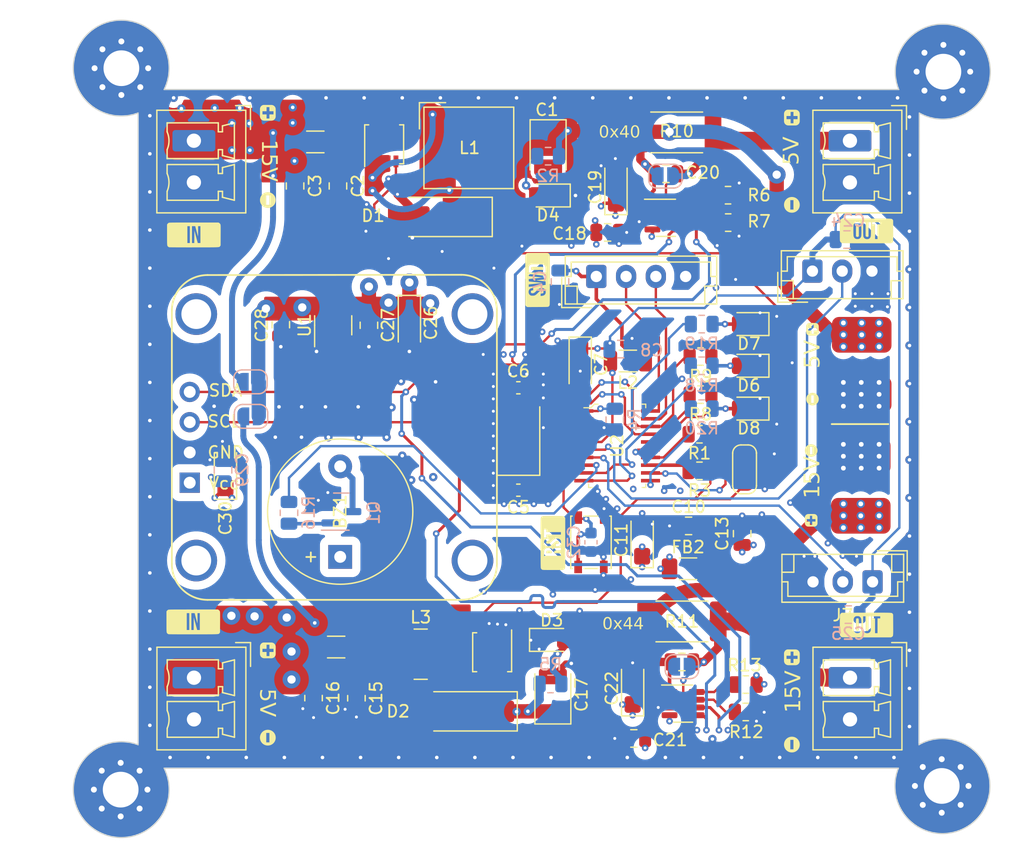
<source format=kicad_pcb>
(kicad_pcb (version 20221018) (generator pcbnew)
  (layers (0 "F.Cu" signal) (1 "In1.Cu" power) (2 "In2.Cu" power) (31 "B.Cu" signal) (34 "B.Paste" user) (35 "F.Paste" user) (36 "B.SilkS" user "B.Silkscreen") (37 "F.SilkS" user "F.Silkscreen") (38 "B.Mask" user) (39 "F.Mask" user) (44 "Edge.Cuts" user))
  (net 0 "")
  (net 1 "+5V")
  (net 2 "GND")
  (net 3 "+15V")
  (net 4 "Net-(D1-K)")
  (net 5 "Net-(D2-A)")
  (net 6 "BUCK_PWM")
  (net 7 "BOOST_PWM")
  (net 8 "Net-(D4-A)")
  (net 9 "Net-(A1-Vin-)")
  (net 10 "+3.3V")
  (net 11 "I2C1_SCL")
  (net 12 "I2C1_SDA")
  (net 13 "Net-(A1-A0)")
  (net 14 "Net-(A1-A1)")
  (net 15 "15V_BOOST")
  (net 16 "Net-(A2-Vin-)")
  (net 17 "Net-(A2-A0)")
  (net 18 "Net-(A2-A1)")
  (net 19 "NRST")
  (net 20 "Net-(BZ1-+)")
  (net 21 "Net-(FET1-D)")
  (net 22 "OSC_IN")
  (net 23 "OSC_OUT")
  (net 24 "+3.3VA")
  (net 25 "+3.3VP")
  (net 26 "Net-(C15-Pad1)")
  (net 27 "+5VD")
  (net 28 "Net-(JP3-A)")
  (net 29 "Net-(D3-A)")
  (net 30 "Net-(D6-A)")
  (net 31 "Net-(D7-A)")
  (net 32 "Net-(D8-A)")
  (net 33 "ADC_1")
  (net 34 "ADC_2")
  (net 35 "PWM_EXTRA")
  (net 36 "Net-(Q1-B)")
  (net 37 "Net-(U2-PB1)")
  (net 38 "Net-(U2-PA7)")
  (net 39 "BOOT0")
  (net 40 "SW_CLK")
  (net 41 "BUZZER")
  (net 42 "SW_DIO")
  (net 43 "LED1")
  (net 44 "LED2")
  (net 45 "LED3")
  (net 46 "Net-(C10-Pad1)")
  (footprint "Resistor_SMD:R_0805_2012Metric" (layer "F.Cu") (at 192.05 87.975)
    (fp_text reference "R13")
    (fp_text value "2.2k")
  )
  (footprint "Capacitor_Tantalum_SMD:CP_EIA-3216-18_Kemet-A" (layer "F.Cu") (at 182.55 88.3 90)
    (fp_text reference "C22")
    (fp_text value "2.2uF")
  )
  (footprint "LED_SMD:LED_0805_2012Metric" (layer "F.Cu") (at 192.3125 64.8 180)
    (fp_text reference "D8")
    (fp_text value "GREEN")
  )
  (footprint "Package_SO:Vishay_PowerPAK_1212-8_Single" (layer "F.Cu") (at 161.68 42.6 90)
    (fp_text reference "FET1")
    (fp_text value "~")
  )
  (footprint "Resistor_SMD:R_0805_2012Metric" (layer "F.Cu") (at 155.75 89.1125 -90)
    (fp_text reference "C16")
    (fp_text value "4.7uF")
  )
  (footprint "MountingHole:MountingHole_3mm_Pad_Via" (layer "F.Cu") (at 139.55 96.8)
    (fp_text reference "He2")
    (fp_text value "MountingHole_Pad" hide)
  )
  (footprint "Capacitor_SMD:C_0805_2012Metric" (layer "F.Cu") (at 154.2 46.1 -90)
    (fp_text reference "C3")
    (fp_text value "4.7uF")
  )
  (footprint "MHI_ICONS:RST" (layer "F.Cu") (at 175.85 76.1 90)
    (fp_text reference "G***" hide)
    (fp_text value "LOGO" hide)
  )
  (footprint "MHI_ICONS:bat_input" (layer "F.Cu") (at 196.966172 60.931258 90)
    (fp_text reference "REF**")
    (fp_text value "bat_input")
  )
  (footprint "Capacitor_SMD:C_0603_1608Metric" (layer "F.Cu") (at 172.95 63.05 180)
    (fp_text reference "C6")
    (fp_text value "10p")
  )
  (footprint "Diode_SMD:D_SMA_Handsoldering" (layer "F.Cu") (at 168.35 90.225 180)
    (fp_text reference "D2")
    (fp_text value "D1FH3")
  )
  (footprint "Resistor_SMD:R_0805_2012Metric" (layer "F.Cu") (at 192.05 90.275)
    (fp_text reference "R12")
    (fp_text value "2.2k")
  )
  (footprint "Resistor_SMD:R_2512_6332Metric_Pad1.40x3.35mm_HandSolder" (layer "F.Cu") (at 186.25 41.6)
    (fp_text reference "R10")
    (fp_text value "100R")
  )
  (footprint "Resistor_SMD:R_0805_2012Metric" (layer "F.Cu") (at 188.25 60.425 180)
    (fp_text reference "R9")
    (fp_text value "2.2k")
  )
  (footprint "Resistor_SMD:R_0805_2012Metric" (layer "F.Cu") (at 190.575 49.175)
    (fp_text reference "R7")
    (fp_text value "2.2k")
  )
  (footprint "MountingHole:MountingHole_3mm_Pad_Via" (layer "F.Cu") (at 208.50901 96.49099)
    (fp_text reference "He3")
    (fp_text value "MountingHole_Pad")
  )
  (footprint "MHI_ICONS:IN" (layer "F.Cu") (at 145.7 50.2)
    (fp_text reference "G***" hide)
    (fp_text value "LOGO" hide)
  )
  (footprint "Buzzer_Beeper:Buzzer_12x9.5RM7.6" (layer "F.Cu") (at 157.9875 77.25 90)
    (fp_text reference "BZ1")
    (fp_text value "Buzzer")
  )
  (footprint "Connector_Phoenix_MC:PhoenixContact_MCV_1,5_2-G-3.5_1x02_P3.50mm_Vertical" (layer "F.Cu") (at 145.7075 87.4 -90)
    (fp_text reference "J3")
    (fp_text value "INPUT")
  )
  (footprint "Capacitor_Tantalum_SMD:CP_EIA-3216-18_Kemet-A" (layer "F.Cu") (at 181.15 46.2 90)
    (fp_text reference "C19")
    (fp_text value "2.2uF")
  )
  (footprint "Resistor_SMD:R_1206_3216Metric_Pad1.30x1.75mm_HandSolder" (layer "F.Cu") (at 155.9 42.4)
    (fp_text reference "FB1")
    (fp_text value "100R")
  )
  (footprint "MountingHole:MountingHole_3mm_Pad_Via" (layer "F.Cu") (at 208.65 36.5)
    (fp_text reference "He4")
    (fp_text value "MountingHole_Pad" hide)
  )
  (footprint "MHI_ICONS:bat_input" (layer "F.Cu") (at 195.063965 89.181258 90)
    (fp_text reference "REF**")
    (fp_text value "bat_input")
  )
  (footprint "Capacitor_SMD:C_0603_1608Metric" (layer "F.Cu") (at 172.95 71.65 180)
    (fp_text reference "C5")
    (fp_text value "10p")
  )
  (footprint "MHI_ICONS:bat_input" (layer "F.Cu") (at 198.233828 71.384994 -90)
    (fp_text reference "REF**")
    (fp_text value "bat_input")
  )
  (footprint "LED_SMD:LED_0805_2012Metric_Pad1.15x1.40mm_HandSolder" (layer "F.Cu") (at 175.75 84.225)
    (fp_text reference "D3")
    (fp_text value "LED")
  )
  (footprint "MHI_Display:OLED-SSD1306" (layer "F.Cu") (at 143.85 80.86 90)
    (fp_text reference "D5")
    (fp_text value "SSD1306-OLED")
  )
  (footprint "MountingHole:MountingHole_3mm_Pad_Via" (layer "F.Cu") (at 139.60901 36.20901)
    (fp_text reference "He1")
    (fp_text value "MountingHole_Pad" hide)
  )
  (footprint "Resistor_SMD:R_0805_2012Metric" (layer "F.Cu") (at 188.1625 70.025 180)
    (fp_text reference "R3")
    (fp_text value "0R")
  )
  (footprint "Resistor_SMD:R_0805_2012Metric" (layer "F.Cu") (at 159.35 89.125 -90)
    (fp_text reference "C15")
    (fp_text value "100nF")
  )
  (footprint "LED_SMD:LED_0805_2012Metric_Pad1.15x1.40mm_HandSolder" (layer "F.Cu") (at 175.45 46.9 180)
    (fp_text reference "D4")
    (fp_text value "LED")
  )
  (footprint "MHI_REFERANS_PADS:Power_PAD_5A" (layer "F.Cu") (at 199.25 58.6)
    (fp_text reference "J8")
    (fp_text value "SMD_PAD")
  )
  (footprint "MHI_ICONS:bat_input" (layer "F.Cu") (at 151.05 88.6 90)
    (fp_text reference "REF**")
    (fp_text value "bat_input")
  )
  (footprint "Diode_SMD:D_SMA_Handsoldering" (layer "F.Cu") (at 166.25 48.7 180)
    (fp_text reference "D1")
    (fp_text value "D1FH3")
  )
  (footprint "Resistor_SMD:R_0805_2012Metric" (layer "F.Cu") (at 190.5625 46.875)
    (fp_text reference "R6")
    (fp_text value "2.2k")
  )
  (footprint "Crystal:Crystal_SMD_5032-2Pin_5.0x3.2mm" (layer "F.Cu") (at 172.95 67.35 90)
    (fp_text reference "Y1")
    (fp_text value "8MHz")
  )
  (footprint "Resistor_SMD:R_0805_2012Metric" (layer "F.Cu") (at 188.25 63.625 180)
    (fp_text reference "R8")
    (fp_text value "2.2k")
  )
  (footprint "Capacitor_Tantalum_SMD:CP_EIA-3216-18_Kemet-A" (layer "F.Cu") (at 148.35 70.1 90)
    (fp_text reference "C30")
    (fp_text value "2.2uF")
  )
  (footprint "Capacitor_SMD:C_0805_2012Metric" (layer "F.Cu") (at 180.45 50)
    (fp_text reference "C18")
    (fp_text value "100n")
  )
  (footprint "Inductor_SMD:L_AVX_LMLP07A7" (layer "F.Cu") (at 168.7925 42.9)
    (fp_text reference "L1")
    (fp_text value "47uH")
  )
  (footprint "Package_TO_SOT_SMD:SOT-23-8" (layer "F.Cu") (at 185.35 48.775)
    (fp_text reference "A1")
    (fp_text value "INA219")
  )
  (footprint "Connector_JST:JST_EH_B4B-EH-A_1x04_P2.50mm_Vertical" (layer "F.Cu") (at 179.5 53.7)
    (fp_text reference "J5")
    (fp_text value "SWD")
  )
  (footprint "digikey-footprints:TSSOP-20_W4.4mm" (layer "F.Cu") (at 181.25 67.925 -90)
    (fp_text reference "U2")
    (fp_text value "STM32F030F4P6")
  )
  (footprint "Button_Switch_SMD:SW_SPST_PTS810" (layer "F.Cu") (at 179.05 76.025 90)
    (fp_text reference "B2")
    (fp_text value "RST")
  )
  (footprint "Capacitor_SMD:C_0805_2012Metric" (layer "F.Cu") (at 157.8 46.1 -90)
    (fp_text reference "C2")
    (fp_text value "100nF")
  )
  (footprint "MHI_ICONS:SWD" (layer "F.Cu") (at 174.55 54 90)
    (fp_text reference "G***" hide)
    (fp_text value "LOGO" hide)
  )
  (footprint "Connector_JST:JST_EH_B3B-EH-A_1x03_P2.50mm_Vertical" (layer "F.Cu") (at 202.7 79.35 180)
    (fp_text reference "J7")
    (fp_text value "TEMP2")
  )
  (footprint "Package_TO_SOT_SMD:SOT-23-8" (layer "F.Cu") (at 186.7875 89.575)
    (fp_text reference "A2")
    (fp_text value "INA219")
  )
  (footprint "Capacitor_Tantalum_SMD:CP_EIA-3216-18_Kemet-A" (layer "F.Cu") (at 163.8 57.6 -90)
    (fp_text reference "C26")
    (fp_text value "2.2uF")
  )
  (footprint "MHI_REFERANS_PADS:Power_PAD_5A" (layer "F.Cu") (at 204.25 73.8 180)
    (fp_text reference "J9")
    (fp_text value "SMD_PAD")
  )
  (footprint "Capacitor_Tantalum_SMD:CP_EIA-3216-18_Kemet-A" (layer "F.Cu") (at 178.15 61.1 -90)
    (fp_text reference "C7")
    (fp_text value "2.2uF")
  )
  (footprint "MHI_ICONS:OUT" (layer "F.Cu") (at 202.2 82.95)
    (fp_text reference "G***" hide)
    (fp_text value "LOGO" hide)
  )
  (footprint "Resistor_SMD:R_2512_6332Metric_Pad1.40x3.35mm_HandSolder" (layer "F.Cu") (at 186.6875 82.675)
    (fp_text reference "R11")
    (fp_text value "1R")
  )
  (footprint "Jumper:SolderJumper-3_P1.3mm_Open_RoundedPad1.0x1.5mm_NumberLabels" (layer "F.Cu") (at 191.95 69.9 -90)
    (fp_text reference "JP1")
    (fp_text value "Jumper_3_Open")
  )
  (footprint "Capacitor_SMD:C_0805_2012Metric" (layer "F.Cu") (at 160.4 57.8 -90)
    (fp_text reference "C27")
    (fp_text value "100n")
  )
  (footprint "Resistor_SMD:R_1206_3216Metric" (layer "F.Cu") (at 182.15 60.8 180)
    (fp_text reference "L2")
    (fp_text value "500ohm")
  )
  (footprint "Package_SO:Vishay_PowerPAK_1212-8_Single" (layer "F.Cu") (at 170.75 85.26 -90)
    (fp_text reference "FET2")
    (fp_text value "~")
  )
  (footprint "LED_SMD:LED_0805_2012Metric" (layer "F.Cu") (at 192.3125 57.7 180)
    (fp_text reference "D7")
    (fp_text value "BLUE")
  )
  (footprint "MHI_ICONS:bat_input" (layer "F.Cu") (at 151.05 43.45 90)
    (fp_text reference "REF**")
    (fp_text value "bat_input")
  )
  (footprint "Inductor_SMD:L_Ferrocore_DLG-0403" (layer "F.Cu") (at 164.75 85.425)
    (fp_text reference "L3")
    (fp_text value "3.9uH")
  )
  (footprint "MHI_ICONS:OUT" (layer "F.Cu") (at 202.2 49.85)
    (fp_text reference "G***" hide)
    (fp_text value "LOGO" hide)
  )
  (footprint "Capacitor_Tantalum_SMD:CP_EIA-3216-18_Kemet-A" (layer "F.Cu") (at 183.35 75.85 90)
    (fp_text reference "C11")
    (fp_text value "2.2uF")
  )
  (footprint "Connector_JST:JST_EH_B3B-EH-A_1x03_P2.50mm_Vertical" (layer "F.Cu") (at 197.65 53.25)
    (fp_text reference "J4")
    (fp_text value "TEMP1")
  )
  (footprint "Capacitor_SMD:C_0805_2012Metric" (layer "F.Cu") (at 182.65 92.5 180)
    (fp_text reference "C21")
    (fp_text value "100n")
  )
  (footprint "Capacitor_SMD:C_0805_2012Metric" (layer "F.Cu") (at 185.35 45.075)
    (fp_text reference "C20")
    (fp_text value "100n")
  )
  (footprint "Resistor_SMD:R_1206_3216Metric_Pad1.30x1.75mm_HandSolder" (layer "F.Cu") (at 157.65 84.825)
    (fp_text reference "FB3")
    (fp_text value "100R")
  )
  (footprint "LED_SMD:LED_0805_2012Metric" (layer "F.Cu") (at 192.3125 61.2 180)
    (fp_text reference "D6")
    (fp_text value "RED")
  )
  (footprint "Capacitor_Tantalum_SMD:CP_EIA-3528-21_Kemet-B" (layer "F.Cu") (at 175.85 88.825 90)
    (fp_text reference "C17")
    (fp_text value "1.5uF")
  )
  (footprint "Capacitor_SMD:C_0805_2012Metric" (layer "F.Cu") (at 191.75 75.3 90)
    (fp_text reference "C13")
    (fp_text value "100n")
  )
  (footprint "Resistor_SMD:R_1206_3216Metric_Pad1.30x1.75mm_HandSolder" (layer "F.Cu") (at 187.2 78.25)
    (fp_text reference "FB2")
    (fp_text value "100R")
  )
  (footprint "Capacitor_SMD:C_0805_2012Metric" (layer "F.Cu") (at 186.6875 86.075)
    (fp_text reference "C23")
    (fp_text value "100n")
  )
  (footprint "Connector_Phoenix_MC:PhoenixContact_MCV_1,5_2-G-3.5_1x02_P3.50mm_Vertical" (layer "F.Cu") (at 145.7 42.3 -90)
    (fp_text reference "J1")
    (fp_text value "INPUT")
  )
  (footprint "Package_TO_SOT_SMD:SOT-23-5" (layer "F.Cu") (at 157.4 57.8 90)
    (fp_text reference "U1")
    (fp_text value "TLV70533")
  )
  (footprint "Resistor_SMD:R_0805_2012Metric" (layer "F.Cu") (at 188.1625 66.95)
    (fp_text reference "R1")
    (fp_text value "0R")
  )
  (footprint "Capacitor_SMD:C_0805_2012Metric" (layer "F.Cu") (at 153 57.75 -90)
    (fp_text reference "C28")
    (fp_text value "100n")
  )
  (footprint "Connector_Phoenix_MC:PhoenixContact_MCV_1,5_2-G-3.5_1x02_P3.50mm_Vertical" (layer "F.Cu") (at 200.8 42.3 -90)
    (fp_text reference "J2")
    (fp_text value "OUT_BUCK")
  )
  (footprint "Capacitor_SMD:C_0805_2012Metric" (layer "F.Cu") (at 187.25 74.65 180)
    (fp_text reference "C10")
    (fp_text value "100n")
  )
  (footprint "MHI_ICONS:IN" (layer "F.Cu") (at 145.65 82.7)
    (fp_text reference "G***" hide)
    (fp_text value "LOGO" hide)
  )
  (footprint "Connector_Phoenix_MC:PhoenixContact_MCV_1,5_2-G-3.5_1x02_P3.50mm_Vertical" (layer "F.Cu") (at 200.8075 87.4 -90)
    (fp_text reference "J6")
    (fp_text value "OUT_BOOST")
  )
  (footprint "Capacitor_Tantalum_SMD:CP_EIA-3528-21_Kemet-B" (layer "F.Cu") (at 175.45 43 -90)
    (fp_text reference "C1")
    (fp_text value "22uF")
  )
  (footprint "MHI_ICONS:bat_input" (layer "F.Cu") (at 195.063965 43.85 90)
    (fp_text reference "REF**")
    (fp_text value "bat_input")
  )
  (footprint "Jumper:SolderJumper-2_P1.3mm_Open_RoundedPad1.0x1.5mm" (layer "B.Cu") (at 150.5 65.45 180)
    (fp_text reference "JP4")
    (fp_text value "SolderJumper_2_Open")
  )
  (footprint "Resistor_SMD:R_0805_2012Metric" (layer "B.Cu") (at 153.6875 73.55 90)
    (fp_text reference "R16")
    (fp_text value "480R")
  )
  (footprint "Capacitor_SMD:C_0805_2012Metric" (layer "B.Cu") (at 176.45 54.15 -90)
    (fp_text reference "C4")
    (fp_text value "100n")
  )
  (footprint "Resistor_SMD:R_0805_2012Metric" (layer "B.Cu") (at 175.45 43.6)
    (fp_text reference "R2")
    (fp_text value "1K")
  )
  (footprint "Jumper:SolderJumper-2_P1.3mm_Open_RoundedPad1.0x1.5mm" (layer "B.Cu") (at 186.6875 86.475 180)
    (fp_text reference "JP5")
    (fp_text value "SolderJumper_2_Open")
  )
  (footprint "Resistor_SMD:R_0805_2012Metric" (layer "B.Cu") (at 188.35 61.2)
    (fp_text reference "R18")
    (fp_text value "470R")
  )
  (footprint "Jumper:SolderJumper-2_P1.3mm_Open_RoundedPad1.0x1.5mm" (layer "B.Cu") (at 185.3 45.275 180)
    (fp_text reference "JP2")
    (fp_text value "SolderJumper_2_Open")
  )
  (footprint "Jumper:SolderJumper-2_P1.3mm_Open_RoundedPad1.0x1.5mm" (layer "B.Cu") (at 150.45 62.55 180)
    (fp_text reference "JP3")
    (fp_text value "SolderJumper_2_Open")
  )
  (footprint "Resistor_SMD:R_0805_2012Metric" (layer "B.Cu") (at 188.35 57.7)
    (fp_text reference "R19")
    (fp_text value "470R")
  )
  (footprint "Capacitor_SMD:C_0805_2012Metric" (layer "B.Cu") (at 200.66 82.1 180)
    (fp_text reference "C25")
    (fp_text value "100n")
  )
  (footprint "Capacitor_SMD:C_0603_1608Metric" (layer "B.Cu") (at 179.05 76.025 -90)
    (fp_text reference "C32")
    (fp_text value "100n")
  )
  (footprint "Capacitor_SMD:C_0805_2012Metric" (layer "B.Cu") (at 200.55 50.6)
    (fp_text reference "C24")
    (fp_text value "100n")
  )
  (footprint "Capacitor_SMD:C_0805_2012Metric" (layer "B.Cu") (at 181.55 59.8)
    (fp_text reference "C8")
    (fp_text value "100n")
  )
  (footprint "Capacitor_SMD:C_0805_2012Metric" (layer "B.Cu") (at 148.15 69.95 90)
    (fp_text reference "C29")
    (fp_text value "100n")
  )
  (footprint "Resistor_SMD:R_0805_2012Metric" (layer "B.Cu") (at 175.65 87.925 180)
    (fp_text reference "R5")
    (fp_text value "4.7k")
  )
  (footprint "Resistor_SMD:R_0805_2012Metric" (layer "B.Cu") (at 188.35 64.8)
    (fp_text reference "R20")
    (fp_text value "470R")
  )
  (footprint "Package_TO_SOT_SMD:SOT-23" (layer "B.Cu") (at 158.0875 73.45)
    (fp_text reference "Q1")
    (fp_text value "BC846A")
  )
  (footprint "Resistor_SMD:R_0805_2012Metric" (layer "B.Cu") (at 181.05 65.725 90)
    (fp_text reference "R4")
    (fp_text value "10k")
  )
  (gr_line (start 199.27 66.1) (end 204.02 66.1) (stroke (width 0.15)) (layer "F.SilkS"))
  (gr_arc (start 206.6 93.027786) (mid 211.572659 99.132173) (end 204.870717 95) (stroke (width 0.1)) (layer "Edge.Cuts"))
  (gr_line (start 206.629284 39.972214) (end 206.6 93.027786) (stroke (width 0.1)) (layer "Edge.Cuts"))
  (gr_line (start 141.013244 39.968652) (end 141.013244 93.031348) (stroke (width 0.1)) (layer "Edge.Cuts"))
  (gr_line (start 143.2 38) (end 204.900001 38) (stroke (width 0.1)) (layer "Edge.Cuts"))
  (gr_arc (start 204.900001 38) (mid 211.601943 33.867827) (end 206.629284 39.972214) (stroke (width 0.1)) (layer "Edge.Cuts"))
  (gr_line (start 204.870717 95) (end 143.2 95) (stroke (width 0.1)) (layer "Edge.Cuts"))
  (gr_arc (start 143.2 95) (mid 136.907037 99.791312) (end 141.013244 93.031348) (stroke (width 0.1)) (layer "Edge.Cuts"))
  (gr_arc (start 141.013244 39.968652) (mid 136.907037 33.208688) (end 143.2 38) (stroke (width 0.1)) (layer "Edge.Cuts"))
  (gr_text "15V" (at 198.45 72.35 90) (layer "F.SilkS") (effects (font (size 1.3 1.3) (thickness 0.155)) (justify left bottom)))
  (gr_text "5V" (at 196.7 44.35 90) (layer "F.SilkS") (effects (font (size 1.3 1.3) (thickness 0.155)) (justify left bottom)))
  (gr_text "0x40" (at 179.7 42.2) (layer "F.SilkS") (effects (font (size 1 1)) (justify left bottom)))
  (gr_text "15V" (at 196.85 90.35 90) (layer "F.SilkS") (effects (font (size 1.3 1.3) (thickness 0.155)) (justify left bottom)))
  (gr_text "5V" (at 198.466172 61.431258 90) (layer "F.SilkS") (effects (font (size 1.3 1.3) (thickness 0.155)) (justify left bottom)))
  (gr_text "0x44" (at 180 83.5) (layer "F.SilkS") (effects (font (size 1 1)) (justify left bottom)))
  (gr_text "15V" (at 151.2 42.2 270) (layer "F.SilkS") (effects (font (size 1.3 1.3) (thickness 0.155)) (justify left bottom)))
  (gr_text "5V" (at 151.05 88.3 270) (layer "F.SilkS") (effects (font (size 1.3 1.3) (thickness 0.155)) (justify left bottom)))
  (segment (start 183.2 43.875) (end 183.5875 44.2625) (width 0.7) (layer "F.Cu") (net 1))
  (segment (start 184.35 45.125) (end 184.4 45.075) (width 0.3) (layer "F.Cu") (net 1))
  (segment (start 183.2 41.6) (end 183.2 43.875) (width 0.7) (layer "F.Cu") (net 1))
  (segment (start 201.79 58.6) (end 199.4 58.6) (width 1.2) (layer "F.Cu") (net 1))
  (segment (start 175.45 41.4625) (end 177.1 41.4625) (width 1.2) (layer "F.Cu") (net 1))
  (segment (start 183.0625 41.4625) (end 183.2 41.6) (width 1.2) (layer "F.Cu") (net 1))
  (segment (start 194.806709 52.919819) (end 194.961911 53.431449) (width 1.2) (layer "F.Cu") (net 1))
  (segment (start 184.2125 46.5875) (end 184.35 46.45) (width 0.3) (layer "F.Cu") (net 1))
  (segment (start 194.65 51.863362) (end 194.702404 52.39544) (width 1.2) (layer "F.Cu") (net 1))
  (segment (start 183.5875 44.2625) (end 184.4 45.075) (width 0.7) (layer "F.Cu") (net 1))
  (segment (start 195.715583 54.841472) (end 196.054763 55.254763) (width 1.2) (layer "F.Cu") (net 1))
  (segment (start 196.054763 55.254763) (end 199.4 58.6) (width 1.2) (layer "F.Cu") (net 1))
  (segment (start 194.65 45.15) (end 194.65 45.1) (width 1.2) (layer "F.Cu") (net 1))
  (segment (start 194.961911 53.431449) (end 195.166513 53.925403) (width 1.2) (layer "F.Cu") (net 1))
  (segment (start 185.65 41.55) (end 183.25 41.55) (width 1.2) (layer "F.Cu") (net 1))
  (segment (start 183.25 41.55) (end 183.2 41.6) (width 1.2) (layer "F.Cu") (net 1))
  (segment (start 195.166513 53.925403) (end 195.418546 54.396925) (width 1.2) (layer "F.Cu") (net 1))
  (segment (start 184.2125 47.8) (end 184.2125 46.5875) (width 0.3) (layer "F.Cu") (net 1))
  (segment (start 195.418546 54.396925) (end 195.715583 54.841472) (width 1.2) (layer "F.Cu") (net 1))
  (segment (start 177.1 41.4625) (end 183.0625 41.4625) (width 1.2) (layer "F.Cu") (net 1))
  (segment (start 194.65 51.863362) (end 194.65 45.15) (width 1.2) (layer "F.Cu") (net 1))
  (segment (start 194.806709 52.919819) (end 194.702404 52.39544) (width 1.2) (layer "F.Cu") (net 1))
  (segment (start 184.35 46.45) (end 184.35 45.125) (width 0.3) (layer "F.Cu") (net 1))
  (via (at 194.65 45.15) (size 1.5) (drill 0.7) (layers "F.Cu" "B.Cu") (net 1))
  (via (at 185.65 41.55) (size 1.5) (drill 0.7) (layers "F.Cu" "B.Cu") (net 1))
  (via (at 177.1 41.4625) (size 0.7) (drill 0.3) (layers "F.Cu" "B.Cu") (net 1))
  (via (at 183.5875 44.2625) (size 0.7) (drill 0.3) (layers "F.Cu" "B.Cu") (net 1))
  (segment (start 191.125403 42.066513) (end 191.596925 42.318546) (width 1.2) (layer "B.Cu") (net 1))
  (segment (start 176.3625 43.6) (end 176.3625 42.2) (width 0.5) (layer "B.Cu") (net 1))
  (segment (start 184.65 45.275) (end 184.6 45.275) (width 0.5) (layer "B.Cu") (net 1))
  (segment (start 191.125403 42.066513) (end 190.631449 41.861911) (width 1.2) (layer "B.Cu") (net 1))
  (segment (start 185.65 41.55) (end 185.5 41.55) (width 1.2) (layer "B.Cu") (net 1))
  (segment (start 191.596925 42.318546) (end 192.041472 42.615583) (width 1.2) (layer "B.Cu") (net 1))
  (segment (start 190.119819 41.706709) (end 190.631449 41.861911) (width 1.2) (layer "B.Cu") (net 1))
  (segment (start 192.454763 42.954763) (end 194.65 45.15) (width 1.2) (layer "B.Cu") (net 1))
  (segment (start 189.59544 41.602404) (end 189.063362 41.55) (width 1.2) (layer "B.Cu") (net 1))
  (segment (start 176.3625 42.2) (end 177.1 41.4625) (width 0.5) (layer "B.Cu") (net 1))
  (segment (start 189.063362 41.55) (end 185.65 41.55) (width 1.2) (layer "B.Cu") (net 1))
  (segment (start 192.041472 42.615583) (end 192.454763 42.954763) (width 1.2) (layer "B.Cu") (net 1))
  (segment (start 190.119819 41.706709) (end 189.59544 41.602404) (width 1.2) (layer "B.Cu") (net 1))
  (segment (start 184.6 45.275) (end 183.5875 44.2625) (width 0.5) (layer "B.Cu") (net 1))
  (segment (start 183.1 49.1) (end 183.15 49.1) (width 0.2) (layer "F.Cu") (net 2))
  (segment (start 170.42 83.825) (end 170.42 82.93) (width 0.3) (layer "F.Cu") (net 2))
  (segment (start 148.35 67.8) (end 148.1 67.55) (width 0.3) (layer "F.Cu") (net 2))
  (segment (start 185.65 89.9) (end 184.7 89.9) (width 0.3) (layer "F.Cu") (net 2))
  (segment (start 154.875 90.025) (end 154.85 90) (width 0.5) (layer "F.Cu") (net 2))
  (segment (start 170.42 83.825) (end 171.08 83.825) (width 0.3) (layer "F.Cu") (net 2))
  (segment (start 177.4 86.2) (end 176.9375 86.2) (width 0.5) (layer "F.Cu") (net 2))
  (segment (start 183 68.25) (end 184.05 68.25) (width 0.2) (layer "F.Cu") (net 2))
  (segment (start 191.475 46.875) (end 191.475 45.875) (width 0.3) (layer "F.Cu") (net 2))
  (segment (start 170.42 82.93) (end 170.5 82.85) (width 0.3) (layer "F.Cu") (net 2))
  (segment (start 192.9625 90.275) (end 192.9625 91.0375) (width 0.3) (layer "F.Cu") (net 2))
  (segment (start 183.35 74.5) (end 183.35 73.6) (width 0.3) (layer "F.Cu") (net 2))
  (segment (start 182.8 68.45) (end 183 68.25) (width 0.2) (layer "F.Cu") (net 2))
  (segment (start 171.08 83.825) (end 171.08 83.02) (width 0.3) (layer "F.Cu") (net 2))
  (segment (start 192.9625 90.275) (end 193.575 90.275) (width 0.3) (layer "F.Cu") (net 2))
  (segment (start 156.45 59.55) (end 156 60) (width 0.7) (layer "F.Cu") (net 2))
  (segment (start 171.08 83.825) (end 171.74 83.825) (width 0.3) (layer "F.Cu") (net 2))
  (segment (start 181.15 44.85) (end 181.15 43.85) (width 0.3) (layer "F.Cu") (net 2))
  (segment (start 148.35 68.75) (end 148.35 67.8) (width 0.3) (layer "F.Cu") (net 2))
  (segment (start 181.4 50) (end 182.05 50) (width 0.2) (layer "F.Cu") (net 2))
  (segment (start 180.1 78.075) (end 180.125 78.1) (width 0.3) (layer "F.Cu") (net 2))
  (segment (start 181.7 92.5) (end 181.05 92.5) (width 0.3) (layer "F.Cu") (net 2))
  (segment (start 171.74 83.825) (end 171.74 83.11) (width 0.3) (layer "F.Cu") (net 2))
  (segment (start 180.35 44.85) (end 179.9 44.4) (width 0.3) (layer "F.Cu") (net 2))
  (segment (start 171.08 83.02) (end 171.2 82.9) (width 0.3) (layer "F.Cu") (net 2))
  (segment (start 163.8 58.95) (end 163.8 60) (width 0.7) (layer "F.Cu") (net 2))
  (segment (start 155.75 90.025) (end 154.875 90.025) (width 0.5) (layer "F.Cu") (net 2))
  (segment (start 174.725 84.975) (end 174.7 85) (width 0.3) (layer "F.Cu") (net 2))
  (segment (start 182.55 86.95) (end 182.55 86.15) (width 0.3) (layer "F.Cu") (net 2))
  (segment (start 191.475 45.875) (end 191.5 45.85) (width 0.3) (layer "F.Cu") (net 2))
  (segment (start 164.05 50.45) (end 164 50.4) (width 0.7) (layer "F.Cu") (net 2))
  (segment (start 172.175 71.65) (end 172.175 72.375) (width 0.3) (layer "F.Cu") (net 2))
  (segment (start 174.725 84.225) (end 174.725 84.975) (width 0.3) (layer "F.Cu") (net 2))
  (segment (start 163.75 48.7) (end 163.75 50.15) (width 0.7) (layer "F.Cu") (net 2))
  (segment (start 176.9375 86.2) (end 175.85 87.2875) (width 0.5) (layer "F.Cu") (net 2))
  (segment (start 172.175 72.375) (end 171.75 72.8) (width 0.3) (layer "F.Cu") (net 2))
  (segment (start 180.1 77.25) (end 180.1 78.075) (width 0.3) (layer "F.Cu") (net 2))
  (segment (start 163.75 47.75) (end 162.8 46.8) (width 0.7) (layer "F.Cu") (net 2))
  (segment (start 172.175 61.975) (end 172.25 61.9) (width 0.3) (layer "F.Cu") (net 2))
  (segment (start 172.175 71.65) (end 171.24 71.65) (width 0.3) (layer "F.Cu") (net 2))
  (segment (start 178.15 62.45) (end 178.15 61.65) (width 0.3) (layer "F.Cu") (net 2))
  (segment (start 172.175 63.05) (end 171.78 63.05) (width 0.3) (layer "F.Cu") (net 2))
  (segment (start 172.175 63.05) (end 172.175 61.975) (width 0.3) (layer "F.Cu") (net 2))
  (segment (start 191.75 74.35) (end 191.75 73.8) (width 0.3) (layer "F.Cu") (net 2))
  (segment (start 160.4 58.75) (end 160.4 59.6) (width 0.7) (layer "F.Cu") (net 2))
  (segment (start 180.125 78.1) (end 180.125 78.775) (width 0.3) (layer "F.Cu") (net 2))
  (segment (start 180.125 78.775) (end 180.1 78.8) (width 0.3) (layer "F.Cu") (net 2))
  (segment (start 193.575 90.275) (end 193.6 90.3) (width 0.3) (layer "F.Cu") (net 2))
  (segment (start 158.4125 90.0375) (end 158.4 90.05) (width 0.5) (layer "F.Cu") (net 2))
  (segment (start 155.75 90.025) (end 155.75 90.75) (width 0.5) (layer "F.Cu") (net 2))
  (segment (start 180.125 73.225) (end 180.125 73.95) (width 0.3) (layer "F.Cu") (net 2))
  (segment (start 171.78 63.05) (end 170.85 63.98) (width 0.3) (layer "F.Cu") (net 2))
  (segment (start 193.25 57.7) (end 193.25 56.75) (width 0.3) (layer "F.Cu") (net 2))
  (segment (start 191.4875 50.3125) (end 191.4875 49.175) (width 0.3) (layer "F.Cu") (net 2))
  (segment (start 193.25 64.8) (end 193.25 63.95) (width 0.3) (layer "F.Cu") (net 2))
  (segment (start 186.3 74.65) (end 185.65 74.65) (width 0.3) (layer "F.Cu") (net 2))
  (segment (start 171.74 83.11) (end 171.9 82.95) (width 0.3) (layer "F.Cu") (net 2))
  (segment (start 171.24 71.65) (end 170.85 71.26) (width 0.3) (layer "F.Cu") (net 2))
  (segment (start 181.15 43.85) (end 181.1 43.8) (width 0.3) (layer "F.Cu") (net 2))
  (segment (start 175.45 44.75) (end 176.475 45.775) (width 0.5) (layer "F.Cu") (net 2))
  (segment (start 192.9625 91.0375) (end 192.95 91.05) (width 0.3) (layer "F.Cu") (net 2))
  (segment (start 153 58.7) (end 153 59.6) (width 0.7) (layer "F.Cu") (net 2))
  (segment (start 176.475 46.9) (end 177.75 46.9) (width 0.5) (layer "F.Cu") (net 2))
  (segment (start 181.4 50) (end 181.4 50.95) (width 0.2) (layer "F.Cu") (net 2))
  (segment (start 159.35 90.0375) (end 159.35 90.7) (width 0.5) (layer "F.Cu") (net 2))
  (segment (start 175.45 44.5375) (end 175.45 44.75) (width 0.5) (layer "F.Cu") (net 2))
  (segment (start 174.025 84.225) (end 174 84.25) (width 0.3) (layer "F.Cu") (net 2))
  (segment (start 181.15 44.85) (end 180.35 44.85) (width 0.3) (layer "F.Cu") (net 2))
  (segment (start 163.75 48.7) (end 163.75 47.75) (width 0.7) (layer "F.Cu") (net 2))
  (segment (start 156.45 58.9375) (end 156.45 59.55) (width 0.7) (layer "F.Cu") (net 2))
  (segment (start 184.2125 49.1) (end 183.1 49.1) (width 0.2) (layer "F.Cu") (net 2))
  (segment (start 159.35 90.0375) (end 158.4125 90.0375) (width 0.5) (layer "F.Cu") (net 2))
  (segment (start 176.475 45.775) (end 176.475 46.9) (width 0.5) (layer "F.Cu") (net 2))
  (segment (start 183.35 74.5) (end 184.2 74.5) (width 0.3) (layer "F.Cu") (net 2))
  (segment (start 174.725 84.225) (end 174.025 84.225) (width 0.3) (layer "F.Cu") (net 2))
  (segment (start 193.25 61.2) (end 193.25 60.35) (width 0.3) (layer "F.Cu") (net 2))
  (segment (start 180.15 73.2) (end 180.125 73.225) (width 0.3) (layer "F.Cu") (net 2))
  (segment (start 163.75 50.15) (end 164.05 50.45) (width 0.7) (layer "F.Cu") (net 2))
  (via (at 156.8 38.7) (size 0.7) (drill 0.3) (layers "F.Cu" "B.Cu") (net 2))
  (via (at 142 69) (size 0.7) (drill 0.3) (layers "F.Cu" "B.Cu") (net 2))
  (via (at 166.4 38.7) (size 0.7) (drill 0.3) (layers "F.Cu" "B.Cu") (net 2))
  (via (at 170.05 80.15) (size 0.55) (drill 0.25) (layers "F.Cu" "B.Cu") (net 2))
  (via (at 156.75 64.65) (size 0.7) (drill 0.3) (layers "F.Cu" "B.Cu") (net 2))
  (via (at 188.8 38.7) (size 0.7) (drill 0.3) (layers "F.Cu" "B.Cu") (net 2))
  (via (at 182.8 68.45) (size 0.55) (drill 0.25) (layers "F.Cu" "B.Cu") (net 2))
  (via (at 161.8875 67.2) (size 0.7) (drill 0.3) (layers "F.Cu" "B.Cu") (net 2))
  (via (at 175.05 63.9) (size 0.55) (drill 0.25) (layers "F.Cu" "B.Cu") (net 2))
  (via (at 188.5 94.1) (size 0.7) (drill 0.3) (layers "F.Cu" "B.Cu") (net 2))
  (via (at 182.1 94.1) (size 0.7) (drill 0.3) (layers "F.Cu" "B.Cu") (net 2))
  (via (at 177.75 46.9) (size 0.7) (drill 0.3) (layers "F.Cu" "B.Cu") (net 2))
  (via (at 171.2 82.9) (size 0.55) (drill 0.25) (layers "F.Cu" "B.Cu") (net 2))
  (via (at 156 60) (size 0.7) (drill 0.3) (layers "F.Cu" "B.Cu") (net 2))
  (via (at 170.85 71.26) (size 0.55) (drill 0.25) (layers "F.Cu" "B.Cu") (net 2))
  (via (at 162.05 45.5) (size 0.55) (drill 0.25) (layers "F.Cu" "B.Cu") (net 2))
  (via (at 185.6 38.7) (size 0.7) (drill 0.3) (layers "F.Cu" "B.Cu") (net 2))
  (via (at 203.95 56.25) (size 0.55) (drill 0.25) (layers "F.Cu" "B.Cu") (net 2))
  (via (at 174.7 85) (size 0.55) (drill 0.25) (layers "F.Cu" "B.Cu") (net 2))
  (via (at 185.3 94.1) (size 0.7) (drill 0.3) (layers "F.Cu" "B.Cu") (net 2))
  (via (at 178.1 81.8) (size 0.55) (drill 0.25) (layers "F.Cu" "B.Cu") (net 2))
  (via (at 177.4 51.1) (size 0.55) (drill 0.25) (layers "F.Cu" "B.Cu") (net 2))
  (via (at 189.25 92.55) (size 0.7) (drill 0.3) (layers "F.Cu" "B.Cu") (net 2))
  (via (at 205.8 88.3) (size 0.7) (drill 0.3) (layers "F.Cu" "B.Cu") (net 2))
  (via (at 163.95 70.8) (size 0.7) (drill 0.3) (layers "F.Cu" "B.Cu") (net 2))
  (via (at 154.85 90) (size 0.55) (drill 0.25) (layers "F.Cu" "B.Cu") (net 2))
  (via (at 164.05 50.45) (size 0.7) (drill 0.3) (layers "F.Cu" "B.Cu") (net 2))
  (via (at 171.9 82.95) (size 0.55) (drill 0.25) (layers "F.Cu" "B.Cu") (net 2))
  (via (at 201.25 55.15) (size 0.55) (drill 0.25) (layers "F.Cu" "B.Cu") (net 2))
  (via (at 169.6 38.7) (size 0.7) (drill 0.3) (layers "F.Cu" "B.Cu") (net 2))
  (via (at 142 59.4) (size 0.7) (drill 0.3) (layers "F.Cu" "B.Cu") (net 2))
  (via (at 175.05 61.9) (size 0.55) (drill 0.25) (layers "F.Cu" "B.Cu") (net 2))
  (via (at 166.55 51.6) (size 0.55) (drill 0.25) (layers "F.Cu" "B.Cu") (net 2))
  (via (at 182.6 71.55) (size 0.55) (drill 0.25) (layers "F.Cu" "B.Cu") (net 2))
  (via (at 192.95 91.05) (size 0.55) (drill 0.25) (layers "F.Cu" "B.Cu") (net 2))
  (via (at 170.85 62.94) (size 0.55) (drill 0.25) (layers "F.Cu" "B.Cu") (net 2))
  (via (at 191.2 53.95) (size 0.55) (drill 0.25) (layers "F.Cu" "B.Cu") (net 2))
  (via (at 181.25 73.2) (size 0.55) (drill 0.25) (layers "F.Cu" "B.Cu") (net 2))
  (via (at 183.35 73.6) (size 0.55) (drill 0.25) (layers "F.Cu" "B.Cu") (net 2))
  (via (at 204.8 38.7) (size 0.7) (drill 0.3) (layers "F.Cu" "B.Cu") (net 2))
  (via (at 170.85 65.02) (size 0.55) (drill 0.25) (layers "F.Cu" "B.Cu") (net 2))
  (via (at 180.15 66.4) (size 0.55) (drill 0.25) (layers "F.Cu" "B.Cu") (net 2))
  (via (at 156.5 94.1) (size 0.7) (drill 0.3) (layers "F.Cu" "B.Cu") (net 2))
  (via (at 159.5 64.65) (size 0.7) (drill 0.3) (layers "F.Cu" "B.Cu") (net 2))
  (via (at 159.7 94.1) (size 0.7) (drill 0.3) (layers "F.Cu" "B.Cu") (net 2))
  (via (at 179.2 38.7) (size 0.7) (drill 0.3) (layers "F.Cu" "B.Cu") (net 2))
  (via (at 200.2 77.15) (size 0.55) (drill 0.25) (layers "F.Cu" "B.Cu") (net 2))
  (via (at 174.25 72.8) (size 0.55) (drill 0.25) (layers "F.Cu" "B.Cu") (net 2))
  (via (at 146.9 94.1) (size 0.7) (drill 0.3) (layers "F.Cu" "B.Cu") (net 2))
  (via (at 194.45 68.6) (size 0.55) (drill 0.25) (layers "F.Cu" "B.Cu") (net 2))
  (via (at 150.4 38.7) (size 0.7) (drill 0.3) (layers "F.Cu" "B.Cu") (net 2))
  (via (at 142 62.6) (size 0.7) (drill 0.3) (layers "F.Cu" "B.Cu") (net 2))
  (via (at 163.1 62.5) (size 0.7) (drill 0.3) (layers "F.Cu" "B.Cu") (net 2))
  (via (at 195.8 72.7) (size 0.55) (drill 0.25) (layers "F.Cu" "B.Cu") (net 2))
  (via (at 170.85 67.1) (size 0.55) (drill 0.25) (layers "F.Cu" "B.Cu") (net 2))
  (via (at 156.15 72.5) (size 0.55) (drill 0.25) (layers "F.Cu" "B.Cu") (net 2))
  (via (at 143.7 94.1) (size 0.7) (drill 0.3) (layers "F.Cu" "B.Cu") (net 2))
  (via (at 180.3 72.4) (size 0.55) (drill 0.25) (layers "F.Cu" "B.Cu") (net 2))
  (via (at 171.7 60.25) (size 0.55) (drill 0.25) (layers "F.Cu" "B.Cu") (net 2))
  (via (at 176 38.7) (size 0.7) (drill 0.3) (layers "F.Cu" "B.Cu") (net 2))
  (via (at 191.7 94.1) (size 0.7) (drill 0.3) (layers "F.Cu" "B.Cu") (net 2))
  (via (at 186.55 71.7) (size 0.55) (drill 0.25) (layers "F.Cu" "B.Cu") (net 2))
  (via (at 153 59.6) (size 0.7) (drill 0.3) (layers "F.Cu" "B.Cu") (net 2))
  (via (at 194.65 57.05) (size 0.55) (drill 0.25) (layers "F.Cu" "B.Cu") (net 2))
  (via (at 197.85 77.2) (size 0.55) (drill 0.25) (layers "F.Cu" "B.Cu") (net 2))
  (via (at 170 60.25) (size 0.55) (drill 0.25) (layers "F.Cu" "B.Cu") (net 2))
  (via (at 173.55 60.25) (size 0.55) (drill 0.25) (layers "F.Cu" "B.Cu") (net 2))
  (via (at 205.8 65.9) (size 0.7) (drill 0.3) (layers "F.Cu" "B.Cu") (net 2))
  (via (at 142 65.8) (size 0.7) (drill 0.3) (layers "F.Cu" "B.Cu") (net 2))
  (via (at 165.8 70.55) (size 0.7) (drill 0.3) (layers "F.Cu" "B.Cu") (net 2))
  (via (at 205.8 78.7) (size 0.7) (drill 0.3) (layers "F.Cu" "B.Cu") (net 2))
  (via (at 192 38.7) (size 0.7) (drill 0.3) (layers "F.Cu" "B.Cu") (net 2))
  (via (at 193.25 56.75) (size 0.55) (drill 0.25) (layers "F.Cu" "B.Cu") (net 2))
  (via (at 178.9 94.1) (size 0.7) (drill 0.3) (layers "F.Cu" "B.Cu") (net 2))
  (via (at 185.65 74.65) (size 0.55) (drill 0.25) (layers "F.Cu" "B.Cu") (net 2))
  (via (at 201.3 94.1) (size 0.7) (drill 0.3) (layers "F.Cu" "B.Cu") (net 2))
  (via (at 166.1 94.1) (size 0.7) (drill 0.3) (layers "F.Cu" "B.Cu") (net 2))
  (via (at 142 88.2) (size 0.7) (drill 0.3) (layers "F.Cu" "B.Cu") (net 2))
  (via (at 176.25 59.1) (size 0.55) (drill 0.25) (layers "F.Cu" "B.Cu") (net 2))
  (via (at 198.95 76.1) (size 0.55) (drill 0.25) (layers "F.Cu" "B.Cu") (net 2))
  (via (at 182.5 58.9) (size 0.55) (drill 0.25) (layers "F.Cu" "B.Cu") (net 2))
  (via (at 189.55 54.65) (size 0.55) (drill 0.25) (layers "F.Cu" "B.Cu") (net 2))
  (via (at 202.65 55.15) (size 0.55) (drill 0.25) (layers "F.Cu" "B.Cu") (net 2))
  (via (at 175.05 66.4) (size 0.55) (drill 0.25) (layers "F.Cu" "B.Cu") (net 2))
  (via (at 166 62.55) (size 0.7) (drill 0.3) (layers "F.Cu" "B.Cu") (net 2))
  (via (at 182.4 79.15) (size 0.55) (drill 0.25) (layers "F.Cu" "B.Cu") (net 2))
  (via (at 170.85 72.3) (size 0.55) (drill 0.25) (layers "F.Cu" "B.Cu") (net 2))
  (via (at 196.95 77.2) (size 0.55) (drill 0.25) (layers "F.Cu" "B.Cu") (net 2))
  (via (at 198.4 38.7) (size 0.7) (drill 0.3) (layers "F.Cu" "B.Cu") (net 2))
  (via (at 142 43.4) (size 0.7) (drill 0.3) (layers "F.Cu" "B.Cu") (net 2))
  (via (at 205.8 75.5) (size 0.7) (drill 0.3) (layers "F.Cu" "B.Cu") (net 2))
  (via (at 191.75 73.8) (size 0.55) (drill 0.25) (layers "F.Cu" "B.Cu") (net 2))
  (via (at 142 46.6) (size 0.7) (drill 0.3) (layers "F.Cu" "B.Cu") (net 2))
  (via (at 170.85 69.18) (size 0.55) (drill 0.25) (layers "F.Cu" "B.Cu") (net 2))
  (via (at 177.4 86.2) (size 0.7) (drill 0.3) (layers "F.Cu" "B.Cu") (net 2))
  (via (at 171.75 72.8) (size 0.55) (drill 0.25) (layers "F.Cu" "B.Cu") (net 2))
  (via (at 175.05 62.8) (size 0.55) (drill 0.25) (layers "F.Cu" "B.Cu") (net 2))
  (via (at 205.8 46.7) (size 0.7) (drill 0.3) (layers "F.Cu" "B.Cu") (net 2))
  (via (at 142 78.6) (size 0.7) (drill 0.3) (layers "F.Cu" "B.Cu") (net 2))
  (via (at 162.9 94.1) (size 0.7) (drill 0.3) (layers "F.Cu" "B.Cu") (net 2))
  (via (at 184.7 89.9) (size 0.55) (drill 0.25) (layers "F.Cu" "B.Cu") (net 2))
  (via (at 195.2 38.7) (size 0.7) (drill 0.3) (layers "F.Cu" "B.Cu") (net 2))
  (via (at 194.65 66.1) (size 0.55) (drill 0.25) (layers "F.Cu" "B.Cu") (net 2))
  (via (at 173.05 72.8) (size 0.55) (drill 0.25) (layers "F.Cu" "B.Cu") (net 2))
  (via (at 170.9 53) (size 0.55) (drill 0.25) (layers "F.Cu" "B.Cu") (net 2))
  (via (at 159.35 90.7) (size 0.55) (drill 0.25) (layers "F.Cu" "B.Cu") (net 2))
  (via (at 180.1 78.8) (size 0.55) (drill 0.25) (layers "F.Cu" "B.Cu") (net 2))
  (via (at 159.5375 67.2) (size 0.7) (drill 0.3) (layers "F.Cu" "B.Cu") (net 2))
  (via (at 142 53) (size 0.7) (drill 0.3) (layers "F.Cu" "B.Cu") (net 2))
  (via (at 174.95 58.35) (size 0.55) (drill 0.25) (layers "F.Cu" "B.Cu") (net 2))
  (via (at 201.35 77.2) (size 0.55) (drill 0.25) (layers "F.Cu" "B.Cu") (net 2))
  (via (at 205.8 43.5) (size 0.7) (drill 0.3) (layers "F.Cu" "B.Cu") (net 2))
  (via (at 162.8 46.8) (size 0.55) (drill 0.25) (layers "F.Cu" "B.Cu") (net 2))
  (via (at 173.25 51.15) (size 0.55) (drill 0.25) (layers "F.Cu" "B.Cu") (net 2))
  (via (at 205.8 49.9) (size 0.7) (drill 0.3) (layers "F.Cu" "B.Cu") (net 2))
  (via (at 193.25 63.95) (size 0.55) (drill 0.25) (layers "F.Cu" "B.Cu") (net 2))
  (via (at 152.5375 67.2) (size 0.7) (drill 0.3) (layers "F.Cu" "B.Cu") (net 2))
  (via (at 142 56.2) (size 0.7) (drill 0.3) (layers "F.Cu" "B.Cu") (net 2))
  (via (at 175.7 94.1) (size 0.7) (drill 0.3) (layers "F.Cu" "B.Cu") (net 2))
  (via (at 204.5 94.1) (size 0.7) (drill 0.3) (layers "F.Cu" "B.Cu") (net 2))
  (via (at 162.05 52.2) (size 0.55) (drill 0.25) (layers "F.Cu" "B.Cu") (net 2))
  (via (at 205.8 59.5) (size 0.7) (drill 0.3) (layers "F.Cu" "B.Cu") (net 2))
  (via (at 156.95 71.85) (size 0.55) (drill 0.25) (layers "F.Cu" "B.Cu") (net 2))
  (via (at 187.95 91.8) (size 0.55) (drill 0.25) (layers "F.Cu" "B.Cu") (net 2))
  (via (at 172.25 61.9) (size 0.55) (drill 0.25) (layers "F.Cu" "B.Cu") (net 2))
  (via (at 205.8 40.3) (size 0.7) (drill 0.3) (layers "F.Cu" "B.Cu") (net 2))
  (via (at 189.65 51.1) (size 0.55) (drill 0.25) (layers "F.Cu" "B.Cu") (net 2))
  (via (at 175.45 72.8) (size 0.55) (drill 0.25) (layers "F.Cu" "B.Cu") (net 2))
  (via (at 169.3 94.1) (size 0.7) (drill 0.3) (layers "F.Cu" "B.Cu") (net 2))
  (via (at 182.4 38.7) (size 0.7) (drill 0.3) (layers "F.Cu" "B.Cu") (net 2))
  (via (at 190.55 91.8) (size 0.55) (drill 0.25) (layers "F.Cu" "B.Cu") (net 2))
  (via (at 179.4 80) (size 0.55) (drill 0.25) (layers "F.Cu" "B.Cu") (net 2))
  (via (at 175.85 80.4) (size 0.55) (drill 0.25) (layers "F.Cu" "B.Cu") (net 2))
  (via (at 142 75.4) (size 0.7) (drill 0.3) (layers "F.Cu" "B.Cu") (net 2))
  (via (at 162.3 64.7) (size 0.7) (drill 0.3) (layers "F.Cu" "B.Cu") (net 2))
  (via (at 170.85 70.22) (size 0.55) (drill 0.25) (layers "F.Cu" "B.Cu") (net 2))
  (via (at 205.8 81.9) (size 0.7) (drill 0.3) (layers "F.Cu" "B.Cu") (net 2))
  (via (at 152.85 64.65) (size 0.7) (drill 0.3) (layers "F.Cu" "B.Cu") (net 2))
  (via (at 142 49.8) (size 0.7) (drill 0.3) (layers "F.Cu" "B.Cu") (net 2))
  (via (at 142 81.8) (size 0.7) (drill 0.3) (layers "F.Cu" "B.Cu") (net 2))
  (via (at 186.7 62.3) (size 0.55) (drill 0.25) (layers "F.Cu" "B.Cu") (net 2))
  (via (at 205.8 91.5) (size 0.7) (drill 0.3) (layers "F.Cu" "B.Cu") (net 2))
  (via (at 164.2 64.05) (size 0.7) (drill 0.3) (layers "F.Cu" "B.Cu") (net 2))
  (via (at 201.25 56.2) (size 0.55) (drill 0.25) (layers "F.Cu" "B.Cu") (net 2))
  (via (at 181.05 92.5) (size 0.55) (drill 0.25) (layers "F.Cu" "B.Cu") (net 2))
  (via (at 191.5 45.85) (size 0.55) (drill 0.25) (layers "F.Cu" "B.Cu") (net 2))
  (via (at 195.95 60.95) (size 0.55) (drill 0.25) (layers "F.Cu" "B.Cu") (net 2))
  (via (at 147.4 64.6) (size 0.7) (drill 0.3) (layers "F.Cu" "B.Cu") (net 2))
  (via (at 170.85 66.06) (size 0.55) (drill 0.25) (layers "F.Cu" "B.Cu") (net 2))
  (via (at 180.1 77.25) (size 0.55) (drill 0.25) (layers "F.Cu" "B.Cu") (net 2))
  (via (at 205.8 85.1) (size 0.7) (drill 0.3) (layers "F.Cu" "B.Cu") (net 2))
  (via (at 180.15 73.2) (size 0.55) (drill 0.25) (layers "F.Cu" "B.Cu") (net 2))
  (via (at 193.65 71.55) (size 0.55) (drill 0.25) (layers "F.Cu" "B.Cu") (net 2))
  (via (at 183.1 49.1) (size 0.55) (drill 0.25) (layers "F.Cu" "B.Cu") (net 2))
  (via (at 170.85 63.98) (size 0.55) (drill 0.25) (layers "F.Cu" "B.Cu") (net 2))
  (via (at 174 84.25) (size 0.55) (drill 0.25) (layers "F.Cu" "B.Cu") (net 2))
  (via (at 170.85 61.9) (size 0.55) (drill 0.25) (layers "F.Cu" "B.Cu") (net 2))
  (via (at 172.5 94.1) (size 0.7) (drill 0.3) (layers "F.Cu" "B.Cu") (net 2))
  (via (at 150.1 94.1) (size 0.7) (drill 0.3) (layers "F.Cu" "B.Cu") (net 2))
  (via (at 205.8 53.1) (size 0.7) (drill 0.3) (layers "F.Cu" "B.Cu") (net 2))
  (via (at 198.1 94.1) (size 0.7) (drill 0.3) (layers "F.Cu" "B.Cu") (net 2))
  (via (at 179.6 71.75) (size 0.55) (drill 0.25) (layers "F.Cu" "B.Cu") (net 2))
  (via (at 179.9 44.4) (size 0.55) (drill 0.25) (layers "F.Cu" "B.Cu") (net 2))
  (via (at 155.75 90.75) (size 0.55) (drill 0.25) (layers "F.Cu" "B.Cu") (net 2))
  (via (at 191.4875 50.3125) (size 0.55) (drill 0.25) (layers "F.Cu" "B.Cu") (net 2))
  (via (at 157 67.2) (size 0.7) (drill 0.3) (layers "F.Cu" "B.Cu") (net 2))
  (via (at 144 38.7) (size 0.7) (drill 0.3) (layers "F.Cu" "B.Cu") (net 2))
  (via (at 170.5 82.85) (size 0.55) (drill 0.25) (layers "F.Cu" "B.Cu") (net 2))
  (via (at 142 91.4) (size 0.7) (drill 0.3) (layers "F.Cu" "B.Cu") (net 2))
  (via (at 204 55.15) (size 0.55) (drill 0.25) (layers "F.Cu" "B.Cu") (net 2))
  (via (at 173.65 61.9) (size 0.55) (drill 0.25) (layers "F.Cu" "B.Cu") (net 2))
  (via (at 182.55 86.15) (size 0.55) (drill 0.25) (layers "F.Cu" "B.Cu") (net 2))
  (via (at 205.8 62.7) (size 0.7) (drill 0.3) (layers "F.Cu" "B.Cu") (net 2))
  (via (at 202.65 56.2) (size 0.55) (drill 0.25) (layers "F.Cu" "B.Cu") (net 2))
  (via (at 142 85) (size 0.7) (drill 0.3) (layers "F.Cu" "B.Cu") (net 2))
  (via (at 170.85 68.14) (size 0.55) (drill 0.25) (layers "F.Cu" "B.Cu") (net 2))
  (via (at 201.6 38.7) (size 0.7) (drill 0.3) (layers "F.Cu" "B.Cu") (net 2))
  (via (at 181.1 43.8) (size 0.55) (drill 0.25) (layers "F.Cu" "B.Cu") (net 2))
  (via (at 163.2 68.75) (size 0.7) (drill 0.3) (layers "F.Cu" "B.Cu") (net 2))
  (via (at 184.2 74.5) (size 0.55) (drill 0.25) (layers "F.Cu" "B.Cu") (net 2))
  (via (at 194.9 94.1) (size 0.7) (drill 0.3) (layers "F.Cu" "B.Cu") (net 2))
  (via (at 142 72.2) (size 0.7) (drill 0.3) (layers "F.Cu" "B.Cu") (net 2))
  (via (at 160.15 49.9) (size 0.55) (drill 0.25) (layers "F.Cu" "B.Cu") (net 2))
  (via (at 148.1 67.55) (size 0.55) (drill 0.25) (layers "F.Cu" "B.Cu") (net 2))
  (via (at 160.4 59.6) (size 0.7) (drill 0.3) (layers "F.Cu" "B.Cu") (net 2))
  (via (at 142 40.2) (size 0.7) (drill 0.3) (layers "F.Cu" "B.Cu") (net 2))
  (via (at 154.75 64.65) (size 0.7) (drill 0.3) (layers "F.Cu" "B.Cu") (net 2))
  (via (at 160.2 47.65) (size 0.55) (drill 0.25) (layers "F.Cu" "B.Cu") (net 2))
  (via (at 185.2 71.7) (size 0.55) (drill 0.25) (layers "F.Cu" "B.Cu") (net 2))
  (via (at 176.4 56.05) (size 0.55) (drill 0.25) (layers "F.Cu" "B.Cu") (net 2))
  (via (at 205.8 69.1) (size 0.7) (drill 0.3) (layers "F.Cu" "B.Cu") (net 2))
  (via (at 193.6 90.3) (size 0.55) (drill 0.25) (layers "F.Cu" "B.Cu") (net 2))
  (via (at 163.2 38.7) (size 0.7) (drill 0.3) (layers "F.Cu" "B.Cu") (net 2))
  (via (at 193.4 73.7) (size 0.55) (drill 0.25) (layers "F.Cu" "B.Cu") (net 2))
  (via (at 178.15 61.65) (size 0.55) (drill 0.25) (layers "F.Cu" "B.Cu") (net 2))
  (via (at 158.4 90.05) (size 0.55) (drill 0.25) (layers "F.Cu" "B.Cu") (net 2))
  (via (at 182.05 50) (size 0.55) (drill 0.25) (layers "F.Cu" "B.Cu") (net 2))
  (via (at 205.8 56.3) (size 0.7) (drill 0.3) (layers "F.Cu" "B.Cu") (net 2))
  (via (at 153.3 94.1) (size 0.7) (drill 0.3) (layers "F.Cu" "B.Cu") (net 2))
  (via (at 193.25 60.35) (size 0.55) (drill 0.25) (layers "F.Cu" "B.Cu") (net 2))
  (via (at 160 38.7) (size 0.7) (drill 0.3) (layers "F.Cu" "B.Cu") (net 2))
  (via (at 205.8 72.3) (size 0.7) (drill 0.3) (layers "F.Cu" "B.Cu") (net 2))
  (via (at 173.05 81.75) (size 0.55) (drill 0.25) (layers "F.Cu" "B.Cu") (net 2))
  (via (at 154.7375 67.2) (size 0.7) (drill 0.3) (layers "F.Cu" "B.Cu") (net 2))
  (via (at 147.05 69.1) (size 0.55) (drill 0.25) (layers "F.Cu" "B.Cu") (net 2))
  (via (at 163.8 60) (size 0.7) (drill 0.3) (layers "F.Cu" "B.Cu") (net 2))
  (via (at 181.4 50.95) (size 0.55) (drill 0.25) (layers "F.Cu" "B.Cu") (net 2))
  (via (at 172.8 38.7) (size 0.7) (drill 0.3) (layers "F.Cu" "B.Cu") (net 2))
  (segment (start 198.9 82.1) (end 197.7 80.9) (width 0.5) (layer "B.Cu") (net 2))
  (segment (start 179.65 76.8) (end 180.1 77.25) (width 0.3) (layer "B.Cu") (net 2))
  (segment (start 157.15 72.5) (end 156.15 72.5) (width 0.3) (layer "B.Cu") (net 2))
  (segment (start 197.7 80.9) (end 197.7 79.35) (width 0.5) (layer "B.Cu") (net 2))
  (segment (start 202.65 51.25) (end 202.65 53.25) (width 0.5) (layer "B.Cu") (net 2))
  (segment (start 157.15 72.5) (end 157.15 72.05) (width 0.3) (layer "B.Cu") (net 2))
  (segment (start 180.3875 66.6375) (end 180.15 66.4) (width 0.2) (layer "B.Cu") (net 2))
  (segment (start 182.5 59.8) (end 182.5 58.9) (width 0.2) (layer "B.Cu") (net 2))
  (segment (start 201.5 50.6) (end 202 50.6) (width 0.5) (layer "B.Cu") (net 2))
  (segment (start 199.71 82.1) (end 198.9 82.1) (width 0.5) (layer "B.Cu") (net 2))
  (segment (start 202 50.6) (end 202.65 51.25) (width 0.5) (layer "B.Cu") (net 2))
  (segment (start 148.15 69) (end 147.15 69) (width 0.3) (layer "B.Cu") (net 2))
  (segment (start 176.45 56) (end 176.4 56.05) (width 0.3) (layer "B.Cu") (net 2))
  (segment (start 181.05 66.6375) (end 180.3875 66.6375) (width 0.2) (layer "B.Cu") (net 2))
  (segment (start 157.15 72.05) (end 156.95 71.85) (width 0.3) (layer "B.Cu") (net 2))
  (segment (start 179.05 76.8) (end 179.65 76.8) (width 0.3) (layer "B.Cu") (net 2))
  (segment (start 176.45 55.1) (end 176.45 56) (width 0.3) (layer "B.Cu") (net 2))
  (segment (start 147.15 69) (end 147.05 69.1) (width 0.3) (layer "B.Cu") (net 2))
  (via (at 144.65 39.6) (size 0.7) (drill 0.3) (layers "F.Cu" "B.Cu") (net 3))
  (via (at 152.35 45.25) (size 0.7) (drill 0.3) (layers "F.Cu" "B.Cu") (net 3))
  (via (at 152.35 41.65) (size 0.7) (drill 0.3) (layers "F.Cu" "B.Cu") (net 3))
  (via (at 148.9 40.8) (size 0.7) (drill 0.3) (layers "F.Cu" "B.Cu") (net 3))
  (via (at 154.15 44) (size 0.7) (drill 0.3) (layers "F.Cu" "B.Cu") (net 3))
  (via (at 154 40.8) (size 0.7) (drill 0.3) (layers "F.Cu" "B.Cu") (net 3))
  (via (at 150.35 40.85) (size 0.7) (drill 0.3) (layers "F.Cu" "B.Cu") (net 3))
  (via (at 150.4 43.1) (size 0.7) (drill 0.3) (layers "F.Cu" "B.Cu") (net 3))
  (via (at 154 39.5) (size 0.7) (drill 0.3) (layers "F.Cu" "B.Cu") (net 3))
  (via (at 147.45 39.55) (size 0.7) (drill 0.3) (layers "F.Cu" "B.Cu") (net 3))
  (via (at 149.55 39.55) (size 0.7) (drill 0.3) (layers "F.Cu" "B.Cu") (net 3))
  (via (at 148.9 43.1) (size 0.7) (drill 0.3) (layers "F.Cu" "B.Cu") (net 3))
  (segment (start 152.35 45.25) (end 152.35 41.65) (width 0.5) (layer "B.Cu") (net 3))
  (segment (start 149.828103 53.471896) (end 150.756207 52.543792) (width 0.5) (layer "B.Cu") (net 3))
  (segment (start 148.9 55.712536) (end 148.9 61.65) (width 0.5) (layer "B.Cu") (net 3))
  (segment (start 152.35 48.696036) (end 152.35 45.25) (width 0.5) (layer "B.Cu") (net 3))
  (segment (start 149.8 62.55) (end 148.9 61.65) (width 0.5) (layer "B.Cu") (net 3))
  (arc (start 152.35 48.696036) (mid 151.935786 50.778426) (end 150.756207 52.543792) (width 0.5) (layer "B.Cu") (net 3))
  (arc (start 149.828103 53.471896) (mid 149.141206 54.49991) (end 148.9 55.712536) (width 0.5) (layer "B.Cu") (net 3))
  (via (at 165.75 40.1) (size 0.7) (drill 0.3) (layers "F.Cu" "B.Cu") (net 4))
  (via (at 167.15 46.45) (size 0.7) (drill 0.3) (layers "F.Cu" "B.Cu") (net 4))
  (via (at 160.7 45.4) (size 0.7) (drill 0.3) (layers "F.Cu" "B.Cu") (net 4))
  (via (at 160.7 46.5) (size 0.7) (drill 0.3) (layers "F.Cu" "B.Cu") (net 4))
  (segment (start 164.410848 43.733449) (end 164.185962 43.853653) (width 0.5) (layer "B.Cu") (net 4))
  (segment (start 163.15343 48.05) (end 163.396567 48.05) (width 0.5) (layer "B.Cu") (net 4))
  (segment (start 165.671338 42.033098) (end 165.593435 42.289909) (width 0.5) (layer "B.Cu") (net 4))
  (segment (start 165.625074 46.745473) (end 165.510472 46.839525) (width 0.5) (layer "B.Cu") (net 4))
  (segment (start 162.440336 47.908156) (end 162.673002 47.978734) (width 0.5) (layer "B.Cu") (net 4))
  (segment (start 165.87909 46.593222) (end 166.016058 46.536489) (width 0.5) (layer "B.Cu") (net 4))
  (segment (start 161.776945 44.413436) (end 161.595644 44.534578) (width 0.5) (layer "B.Cu") (net 4))
  (segment (start 161.611175 47.411175) (end 160.7 46.5) (width 0.5) (layer "B.Cu") (net 4))
  (segment (start 162.440336 47.908156) (end 162.215708 47.815112) (width 0.5) (layer "B.Cu") (net 4))
  (segment (start 162.001282 47.700498) (end 162.215708 47.815112) (width 0.5) (layer "B.Cu") (net 4))
  (segment (start 162.379356 44.16391) (end 162.170697 44.227206) (width 0.5) (layer "B.Cu") (net 4))
  (segment (start 163.70636 44.025257) (end 163.456265 44.075005) (width 0.5) (layer "B.Cu") (net 4))
  (segment (start 165.215131 42.997666) (end 165.04488 43.205117) (width 0.5) (layer "B.Cu") (net 4))
  (segment (start 166.303332 46.46453) (end 166.157928 46.493453) (width 0.5) (layer "B.Cu") (net 4))
  (segment (start 165.75 41.502812) (end 165.723694 41.769887) (width 0.5) (layer "B.Cu") (net 4))
  (segment (start 165.490735 42.537847) (end 165.593435 42.289909) (width 0.5) (layer "B.Cu") (net 4))
  (segment (start 164.548715 47.700498) (end 164.334289 47.815112) (width 0.5) (layer "B.Cu") (net 4))
  (segment (start 164.185962 43.853653) (end 163.950376 43.951236) (width 0.5) (layer "B.Cu") (net 4))
  (segment (start 164.819983 43.430014) (end 164.622869 43.591781) (width 0.5) (layer "B.Cu") (net 4))
  (segment (start 165.723694 41.769887) (end 165.671338 42.033098) (width 0.5) (layer "B.Cu") (net 4))
  (segment (start 165.490735 42.537847) (end 165.364227 42.774526) (width 0.5) (layer "B.Cu") (net 4))
  (segment (start 164.410848 43.733449) (end 164.622869 43.591781) (width 0.5) (layer "B.Cu") (net 4))
  (segment (start 162.911466 48.026168) (end 162.673002 47.978734) (width 0.5) (layer "B.Cu") (net 4))
  (segment (start 164.548715 47.700498) (end 164.750875 47.565419) (width 0.5) (layer "B.Cu") (net 4))
  (segment (start 163.638531 48.026168) (end 163.396567 48.05) (width 0.5) (layer "B.Cu") (net 4))
  (segment (start 164.109661 47.908155) (end 164.334289 47.815112) (width 0.5) (layer "B.Cu") (net 4))
  (segment (start 165.75 41.502812) (end 165.75 40.1) (width 0.5) (layer "B.Cu") (net 4))
  (segment (start 165.87909 46.593222) (end 165.748342 46.663108) (width 0.5) (layer "B.Cu") (net 4))
  (segment (start 166.450872 46.45) (end 167.15 46.45) (width 0.5) (layer "B.Cu") (net 4))
  (segment (start 166.157928 46.493453) (end 166.016058 46.536489) (width 0.5) (layer "B.Cu") (net 4))
  (segment (start 163.456265 44.075005) (end 163.202497 44.1) (width 0.5) (layer "B.Cu") (net 4))
  (segment (start 165.364227 42.774526) (end 165.215131 42.997666) (width 0.5) (layer "B.Cu") (net 4))
  (segment (start 162.001282 47.700498) (end 161.799122 47.565419) (width 0.5) (layer "B.Cu") (net 4))
  (segment (start 164.819983 43.430014) (end 165.04488 43.205117) (width 0.5) (layer "B.Cu") (net 4))
  (segment (start 161.595644 44.534578) (end 161.427091 44.672906) (width 0.5) (layer "B.Cu") (net 4))
  (segment (start 162.911466 48.026168) (end 163.15343 48.05) (width 0.5) (layer "B.Cu") (net 4))
  (segment (start 163.876995 47.978734) (end 163.638531 48.026168) (width 0.5) (layer "B.Cu") (net 4))
  (segment (start 165.625074 46.745473) (end 165.748342 46.663108) (width 0.5) (layer "B.Cu") (net 4))
  (segment (start 162.810212 44.1) (end 163.202497 44.1) (width 0.5) (layer "B.Cu") (net 4))
  (segment (start 165.510472 46.839525) (end 164.938821 47.411175) (width 0.5) (layer "B.Cu") (net 4))
  (segment (start 163.950376 43.951236) (end 163.70636 44.025257) (width 0.5) (layer "B.Cu") (net 4))
  (segment (start 164.938821 47.411175) (end 164.750875 47.565419) (width 0.5) (layer "B.Cu") (net 4))
  (segment (start 164.109661 47.908155) (end 163.876995 47.978734) (width 0.5) (layer "B.Cu") (net 4))
  (segment (start 161.611175 47.411175) (end 161.799122 47.565419) (width 0.5) (layer "B.Cu") (net 4))
  (segment (start 161.427091 44.672906) (end 160.7 45.4) (width 0.5) (layer "B.Cu") (net 4))
  (segment (start 162.170697 44.227206) (end 161.969246 44.310649) (width 0.5) (layer "B.Cu") (net 4))
  (segment (start 161.969246 44.310649) (end 161.776945 44.413436) (width 0.5) (layer "B.Cu") (net 4))
  (segment (start 166.450872 46.45) (end 166.303332 46.46453) (width 0.5) (layer "B.Cu") (net 4))
  (segment (start 162.810212 44.1) (end 162.593214 44.121372) (width 0.5) (layer "B.Cu") (net 4))
  (segment (start 162.379356 44.16391) (end 162.593214 44.121372) (width 0.5) (layer "B.Cu") (net 4))
  (segment (start 172.05 52.25) (end 172.55 51.75) (width 0.2) (layer "F.Cu") (net 6))
  (segment (start 160.85 50.1) (end 163 52.25) (width 0.2) (layer "F.Cu") (net 6))
  (segment (start 163 52.25) (end 172.05 52.25) (width 0.2) (layer "F.Cu") (net 6))
  (segment (start 194.888173 56.475) (end 195.25 56.836827) (width 0.2) (layer "F.Cu") (net 6))
  (segment (start 195.25 66.9) (end 193.55 68.6) (width 0.2) (layer "F.Cu") (net 6))
  (segment (start 191.95 68.6) (end 190.45 67.1) (width 0.2) (layer "F.Cu") (net 6))
  (segment (start 193.55 68.6) (end 191.95 68.6) (width 0.2) (layer "F.Cu") (net 6))
  (segment (start 194.875 56.475) (end 194.888173 56.475) (width 0.2) (layer "F.Cu") (net 6))
  (segment (start 190.45 67.1) (end 189.225 67.1) (width 0.2) (layer "F.Cu") (net 6))
  (segment (start 190.15 51.75) (end 194.875 56.475) (width 0.2) (layer "F.Cu") (net 6))
  (segment (start 162.67 45.83) (end 160.85 47.65) (width 0.2) (layer "F.Cu") (net 6))
  (segment (start 162.67 44.035) (end 162.67 45.83) (width 0.2) (layer "F.Cu") (net 6))
  (segment (start 160.85 47.65) (end 160.85 50.1) (width 0.2) (layer "F.Cu") (net 6))
  (segment (start 195.25 56.836827) (end 195.25 66.9) (width 0.2) (layer "F.Cu") (net 6))
  (segment (start 172.55 51.75) (end 190.15 51.75) (width 0.2) (layer "F.Cu") (net 6))
  (segment (start 189.225 67.1) (end 189.075 66.95) (width 0.2) (layer "F.Cu") (net 6))
  (segment (start 170.9 81.1) (end 169.76 82.24) (width 0.2) (layer "F.Cu") (net 7))
  (segment (start 182.95 72.4) (end 181.55 73.8) (width 0.2) (layer "F.Cu") (net 7))
  (segment (start 169.76 82.24) (end 169.76 83.825) (width 0.2) (layer "F.Cu") (net 7))
  (segment (start 187.55 72.4) (end 182.95 72.4) (width 0.2) (layer "F.Cu") (net 7))
  (segment (start 189.075 71.075) (end 187.75 72.4) (width 0.2) (layer "F.Cu") (net 7))
  (segment (start 189.075 70.025) (end 189.075 71.075) (width 0.2) (layer "F.Cu") (net 7))
  (segment (start 181.55 79.1) (end 179.55 81.1) (width 0.2) (layer "F.Cu") (net 7))
  (segment (start 179.55 81.1) (end 170.9 81.1) (width 0.2) (layer "F.Cu") (net 7))
  (segment (start 191.95 71.2) (end 190.75 72.4) (width 0.2) (layer "F.Cu") (net 7))
  (segment (start 187.75 72.4) (end 187.55 72.4) (width 0.2) (layer "F.Cu") (net 7))
  (segment (start 190.75 72.4) (end 187.55 72.4) (width 0.2) (layer "F.Cu") (net 7))
  (segment (start 181.55 73.8) (end 181.55 79.1) (width 0.2) (layer "F.Cu") (net 7))
  (segment (start 173.6 46.075) (end 174.425 46.9) (width 0.2) (layer "F.Cu") (net 8))
  (segment (start 173.6 46.05) (end 173.6 46.075) (width 0.2) (layer "F.Cu") (net 8))
  (via (at 173.6 46.05) (size 0.7) (drill 0.3) (layers "F.Cu" "B.Cu") (net 8))
  (segment (start 173.6 44.5375) (end 174.5375 43.6) (width 0.2) (layer "B.Cu") (net 8))
  (segment (start 173.6 46.05) (end 173.6 44.5375) (width 0.2) (layer "B.Cu") (net 8))
  (segment (start 185.35 46.025) (end 186.3 45.075) (width 0.2) (layer "F.Cu") (net 9))
  (segment (start 184.2125 48.45) (end 184.95 48.45) (width 0.2) (layer "F.Cu") (net 9))
  (segment (start 189.3 41.6) (end 189.3 43.05) (width 0.7) (layer "F.Cu") (net 9))
  (segment (start 184.95 48.45) (end 185.35 48.05) (width 0.2) (layer "F.Cu") (net 9))
  (segment (start 185.35 48.05) (end 185.35 46.025) (width 0.2) (layer "F.Cu") (net 9))
  (segment (start 187.275 45.075) (end 186.3 45.075) (width 0.7) (layer "F.Cu") (net 9))
  (segment (start 189.3 43.05) (end 187.275 45.075) (width 0.7) (layer "F.Cu") (net 9))
  (segment (start 200.8 42.3) (end 190 42.3) (width 1.5) (layer "F.Cu") (net 9))
  (segment (start 190 42.3) (end 189.3 41.6) (width 1.5) (layer "F.Cu") (net 9))
  (via (at 187.275 45.075) (size 0.7) (drill 0.3) (layers "F.Cu" "B.Cu") (net 9))
  (segment (start 187.075 45.275) (end 187.275 45.075) (width 0.5) (layer "B.Cu") (net 9))
  (segment (start 185.95 45.275) (end 187.075 45.275) (width 0.5) (layer "B.Cu") (net 9))
  (segment (start 163.8 56.25) (end 163.8 54.2) (width 1.2) (layer "F.Cu") (net 10))
  (segment (start 192.9625 87.975) (end 193.575 87.975) (width 0.3) (layer "F.Cu") (net 10))
  (segment (start 147.45 72.3) (end 148.3 71.45) (width 0.3) (layer "F.Cu") (net 10))
  (segment (start 179.4 49) (end 179.5 49.1) (width 0.3) (layer "F.Cu") (net 10))
  (segment (start 148.3 71.45) (end 148.35 71.45) (width 0.3) (layer "F.Cu") (net 10))
  (segment (start 192.9625 87.2125) (end 192.95 87.2) (width 0.3) (layer "F.Cu") (net 10))
  (segment (start 179.5 51) (end 179.5 50) (width 0.3) (layer "F.Cu") (net 10))
  (segment (start 192.9625 87.975) (end 192.9625 87.2125) (width 0.3) (layer "F.Cu") (net 10))
  (segment (start 193.575 87.975) (end 193.6 87.95) (width 0.3) (layer "F.Cu") (net 10))
  (segment (start 160.4 54.55) (end 160.4 56.85) (width 1.2) (layer "F.Cu") (net 10))
  (segment (start 182.55 89.65) (end 181.7 89.65) (width 0.3) (layer "F.Cu") (net 10))
  (segment (start 148.35 71.75) (end 148.9 72.3) (width 0.3) (layer "F.Cu") (net 10))
  (segment (start 184.2125 49.75) (end 183.85 49.75) (width 0.3) (layer "F.Cu") (net 10))
  (segment (start 181.15 47.55) (end 180.15 47.55) (width 0.3) (layer "F.Cu") (net 10))
  (segment (start 183.35 77.2) (end 183.35 78.1) (width 0.3) (layer "F.Cu") (net 10))
  (segment (start 185.65 78.25) (end 184.9 78.25) (width 0.3) (layer "F.Cu") (net 10))
  (segment (start 191.75 76.25) (end 192.7 76.25) (width 0.3) (layer "F.Cu") (net 10))
  (segment (start 181.15 47.55) (end 181.1 48.6) (width 0.3) (layer "F.Cu") (net 10))
  (segment (start 179.5 49.1) (end 179.5 50) (width 0.3) (layer "F.Cu") (net 10))
  (segment (start 185.65 78.25) (end 185.65 77.25) (width 0.3) (layer "F.Cu") (net 10))
  (segment (start 182.55 89.65) (end 182.55 90.55) (width 0.3) (layer "F.Cu") (net 10))
  (segment (start 184.15 50.35) (end 184.2125 50.2875) (width 0.3) (layer "F.Cu") (net 10))
  (segment (start 183.35 77.2) (end 183.35 76.4) (width 0.3) (layer "F.Cu") (net 10))
  (segment (start 183.6 92.5) (end 183.6 93.3) (width 0.3) (layer "F.Cu") (net 10))
  (segment (start 185.65 90.55) (end 185.65 91.05) (width 0.3) (layer "F.Cu") (net 10))
  (segment (start 180.15 47.55) (end 179.9 47.8) (width 0.3) (layer "F.Cu") (net 10))
  (segment (start 181.1 48.6) (end 181.15 48.55) (width 0.3) (layer "F.Cu") (net 10))
  (segment (start 191.75 76.25) (end 191.75 76.85) (width 0.3) (layer "F.Cu") (net 10))
  (segment (start 148.35 71.45) (end 148.35 71.75) (width 0.3) (layer "F.Cu") (net 10))
  (segment (start 184.2125 50.2875) (end 184.2125 49.75) (width 0.3) (layer "F.Cu") (net 10))
  (via (at 183.6 93.3) (size 0.55) (drill 0.25) (layers "F.Cu" "B.Cu") (net 10))
  (via (at 163.8 54.2) (size 1.5) (drill 0.7) (layers "F.Cu" "B.Cu") (net 10))
  (via (at 184.9 78.25) (size 0.55) (drill 0.25) (layers "F.Cu" "B.Cu") (net 10))
  (via (at 165.55 55.95) (size 1.5) (drill 0.7) (layers "F.Cu" "B.Cu") (net 10))
  (via (at 179.4 49) (size 0.55) (drill 0.25) (layers "F.Cu" "B.Cu") (net 10))
  (via (at 193.6 87.95) (size 0.55) (drill 0.25) (layers "F.Cu" "B.Cu") (net 10))
  (via (at 185.65 77.25) (size 0.55) (drill 0.25) (layers "F.Cu" "B.Cu") (net 10))
  (via (at 183.35 78.1) (size 0.55) (drill 0.25) (layers "F.Cu" "B.Cu") (net 10))
  (via (at 181.7 89.65) (size 0.55) (drill 0.25) (layers "F.Cu" "B.Cu") (net 10))
  (via (at 181.1 48.6) (size 0.55) (drill 0.25) (layers "F.Cu" "B.Cu") (net 10))
  (via (at 192.95 87.2) (size 0.55) (drill 0.25) (layers "F.Cu" "B.Cu") (net 10))
  (via (at 179.9 47.8) (size 0.55) (drill 0.25) (layers "F.Cu" "B.Cu") (net 10))
  (via (at 147.15 70.55) (size 0.55) (drill 0.25) (layers "F.Cu" "B.Cu") (net 10))
  (via (at 191.75 76.85) (size 0.55) (drill 0.25) (layers "F.Cu" "B.Cu") (net 10))
  (via (at 162.05 55.9) (size 1.5) (drill 0.7) (layers "F.Cu" "B.Cu") (net 10))
  (via (at 148.9 72.3) (size 0.55) (drill 0.25) (layers "F.Cu" "B.Cu") (net 10))
  (via (at 183.35 76.4) (size 0.55) (drill 0.25) (layers "F.Cu" "B.Cu") (net 10))
  (via (at 179.5 51) (size 0.55) (drill 0.25) (layers "F.Cu" "B.Cu") (net 10))
  (via (at 147.45 72.3) (size 0.55) (drill 0.25) (layers "F.Cu" "B.Cu") (net 10))
  (via (at 192.7 76.25) (size 0.55) (drill 0.25) (layers "F.Cu" "B.Cu") (net 10))
  (via (at 184.15 50.35) (size 0.55) (drill 0.25) (layers "F.Cu" "B.Cu") (net 10))
  (via (at 185.65 91.05) (size 0.55) (drill 0.25) (layers "F.Cu" "B.Cu") (net 10))
  (via (at 160.4 54.55) (size 1.5) (drill 0.7) (layers "F.Cu" "B.Cu") (net 10))
  (via (at 182.55 90.55) (size 0.55) (drill 0.25) (layers "F.Cu" "B.Cu") (net 10))
  (segment (start 147.5 70.9) (end 147.15 70.55) (width 0.3) (layer "B.Cu") (net 10))
  (segment (start 148.15 70.9) (end 147.5 70.9) (width 0.3) (layer "B.Cu") (net 10))
  (segment (start 156.65 66.19) (end 156.65 65.94) (width 0.2) (layer "F.Cu") (net 11))
  (segment (start 186.05 49.75) (end 185.6 50.2) (width 0.25) (layer "F.Cu") (net 11))
  (segment (start 181.9 66.1) (end 182.75 66.95) (width 0.2) (layer "F.Cu") (net 11))
  (segment (start 152.9 65.44) (end 153.4 65.44) (width 0.2) (layer "F.Cu") (net 11))
  (segment (start 176.85 64.35) (end 179.05 64.35) (width 0.2) (layer "F.Cu") (net 11))
  (segment (start 179.05 64.35) (end 179.8 63.6) (width 0.2) (layer "F.Cu") (net 11))
  (segment (start 145.35 65.94) (end 152.4 65.94) (width 0.2) (layer "F.Cu") (net 11))
  (segment (start 184.05 66.95) (end 185.05 66.95) (width 0.2) (layer "F.Cu") (net 11))
  (segment (start 172.45 60.8) (end 172.75 61.1) (width 0.2) (layer "F.Cu") (net 11))
  (segment (start 175.95 63.45) (end 176.85 64.35) (width 0.2) (layer "F.Cu") (net 11))
  (segment (start 181.9 63.9) (end 181.9 66.1) (width 0.2) (layer "F.Cu") (net 11))
  (segment (start 159.9 66.44) (end 160.4 66.44) (width 0.2) (layer "F.Cu") (net 11))
  (segment (start 169 61.1) (end 172.75 61.1) (width 0.2) (layer "F.Cu") (net 11))
  (segment (start 166.05 75.3) (end 168 73.35) (width 0.25) (layer "F.Cu") (net 11))
  (segment (start 157.65 65.94) (end 157.65 66.19) (width 0.2) (layer "F.Cu") (net 11))
  (segment (start 160.9 65.44) (end 161.4 65.44) (width 0.2) (layer "F.Cu") (net 11))
  (segment (start 155.65 65.69) (end 155.65 65.94) (width 0.2) (layer "F.Cu") (net 11))
  (segment (start 159.65 65.94) (end 159.65 66.19) (width 0.2) (layer "F.Cu") (net 11))
  (segment (start 160.65 65.94) (end 160.65 65.69) (width 0.2) (layer "F.Cu") (net 11))
  (segment (start 185.6 50.2) (end 185.6 50.8) (width 0.25) (layer "F.Cu") (net 11))
  (segment (start 153.65 65.94) (end 153.65 66.19) (width 0.2) (layer "F.Cu") (net 11))
  (segment (start 186.4875 49.75) (end 186.05 49.75) (width 0.25) (layer "F.Cu") (net 11))
  (segment (start 156.9 65.44) (end 157.4 65.44) (width 0.2) (layer "F.Cu") (net 11))
  (segment (start 158.9 65.44) (end 159.4 65.44) (width 0.2) (layer "F.Cu") (net 11))
  (segment (start 154.9 65.44) (end 155.4 65.44) (width 0.2) (layer "F.Cu") (net 11))
  (segment (start 182.75 66.95) (end 184.05 66.95) (width 0.2) (layer "F.Cu") (net 11))
  (segment (start 175.95 61.6) (end 175.95 63.45) (width 0.2) (layer "F.Cu") (net 11))
  (segment (start 161.9 65.94) (end 162.4 65.94) (width 0.2) (layer "F.Cu") (net 11))
  (segment (start 157.9 66.44) (end 158.4 66.44) (width 0.2) (layer "F.Cu") (net 11))
  (segment (start 154.65 66.19) (end 154.65 65.94) (width 0.2) (layer "F.Cu") (net 11))
  (segment (start 188.45 90.55) (end 187.925 90.55) (width 0.25) (layer "F.Cu") (net 11))
  (segment (start 172.75 61.1) (end 175.45 61.1) (width 0.2) (layer "F.Cu") (net 11))
  (segment (start 181.6 63.6) (end 181.9 63.9) (width 0.2) (layer "F.Cu") (net 11))
  (segment (start 155.65 65.94) (end 155.65 66.19) (width 0.2) (layer "F.Cu") (net 11))
  (segment (start 168 73.35) (end 168 69.78) (width 0.25) (layer "F.Cu") (net 11))
  (segment (start 188.75 91.8) (end 188.75 90.85) (width 0.25) (layer "F.Cu") (net 11))
  (segment (start 188.75 90.85) (end 188.45 90.55) (width 0.25) (layer "F.Cu") (net 11))
  (segment (start 158.65 66.19) (end 158.65 65.94) (width 0.2) (layer "F.Cu") (net 11))
  (segment (start 160.65 66.19) (end 160.65 65.94) (width 0.2) (layer "F.Cu") (net 11))
  (segment (start 187.3375 64.6625) (end 187.3375 63.625) (width 0.2) (layer "F.Cu") (net 11))
  (segment (start 164.16 65.94) (end 169 61.1) (width 0.2) (layer "F.Cu") (net 11))
  (segment (start 157.65 65.69) (end 157.65 65.94) (width 0.2) (layer "F.Cu") (net 11))
  (segment (start 153.9 66.44) (end 154.4 66.44) (width 0.2) (layer "F.Cu") (net 11))
  (segment (start 155.9 66.44) (end 156.4 66.44) (width 0.2) (layer "F.Cu") (net 11))
  (segment (start 172.45 60.25) (end 172.45 60.8) (width 0.2) (layer "F.Cu") (net 11))
  (segment (start 179.8 63.6) (end 180 63.6) (width 0.2) (layer "F.Cu") (net 11))
  (segment (start 162.4 65.94) (end 164.16 65.94) (width 0.2) (layer "F.Cu") (net 11))
  (segment (start 185.05 66.95) (end 187.3375 64.6625) (width 0.2) (layer "F.Cu") (net 11))
  (segment (start 159.65 65.69) (end 159.65 65.94) (width 0.2) (layer "F.Cu") (net 11))
  (segment (start 154.65 65.94) (end 154.65 65.69) (width 0.2) (layer "F.Cu") (net 11))
  (segment (start 156.65 65.94) (end 156.65 65.69) (width 0.2) (layer "F.Cu") (net 11))
  (segment (start 153.65 65.69) (end 153.65 65.94) (width 0.2) (layer "F.Cu") (net 11))
  (segment (start 158.65 65.94) (end 158.65 65.69) (width 0.2) (layer "F.Cu") (net 11))
  (segment (start 168 69.78) (end 164.16 65.94) (width 0.25) (layer "F.Cu") (net 11))
  (segment (start 175.45 61.1) (end 175.95 61.6) (width 0.2) (layer "F.Cu") (net 11))
  (via (at 180 63.6) (size 0.55) (drill 0.25) (layers "F.Cu" "B.Cu") (net 11))
  (via (at 181.6 63.6) (size 0.55) (drill 0.25) (layers "F.Cu" "B.Cu") (net 11))
  (via (at 185.6 50.8) (size 0.55) (drill 0.25) (layers "F.Cu" "B.Cu") (net 11))
  (via (at 188.75 91.8) (size 0.55) (drill 0.25) (layers "F.Cu" "B.Cu") (net 11))
  (via (at 166.05 75.3) (size 0.55) (drill 0.25) (layers "F.Cu" "B.Cu") (net 11))
  (via (at 172.45 60.25) (size 0.55) (drill 0.25) (layers "F.Cu" "B.Cu") (net 11))
  (arc (start 161.4 65.44) (mid 161.576777 65.513223) (end 161.65 65.69) (width 0.2) (layer "F.Cu") (net 11))
  (arc (start 154.4 66.44) (mid 154.576777 66.366777) (end 154.65 66.19) (width 0.2) (layer "F.Cu") (net 11))
  (arc (start 155.65 66.19) (mid 155.723223 66.366777) (end 155.9 66.44) (width 0.2) (layer "F.Cu") (net 11))
  (arc (start 160.65 65.69) (mid 160.723223 65.513223) (end 160.9 65.44) (width 0.2) (layer "F.Cu") (net 11))
  (arc (start 158.4 66.44) (mid 158.576777 66.366777) (end 158.65 66.19) (width 0.2) (layer "F.Cu") (net 11))
  (arc (start 153.65 66.19) (mid 153.723223 66.366777) (end 153.9 66.44) (width 0.2) (layer "F.Cu") (net 11))
  (arc (start 157.65 66.19) (mid 157.723223 66.366777) (end 157.9 66.44) (width 0.2) (layer "F.Cu") (net 11))
  (arc (start 160.4 66.44) (mid 160.576777 66.366777) (end 160.65 66.19) (width 0.2) (layer "F.Cu") (net 11))
  (arc (start 157.4 65.44) (mid 157.576777 65.513223) (end 157.65 65.69) (width 0.2) (layer "F.Cu") (net 11))
  (arc (start 156.65 65.69) (mid 156.723223 65.513223) (end 156.9 65.44) (width 0.2) (layer "F.Cu") (net 11))
  (arc (start 159.65 66.19) (mid 159.723223 66.366777) (end 159.9 66.44) (width 0.2) (layer "F.Cu") (net 11))
  (arc (start 154.65 65.69) (mid 154.723223 65.513223) (end 154.9 65.44) (width 0.2) (layer "F.Cu") (net 11))
  (arc (start 152.65 65.69) (mid 152.723223 65.513223) (end 152.9 65.44) (width 0.2) (layer "F.Cu") (net 11))
  (arc (start 153.4 65.44) (mid 153.576777 65.513223) (end 153.65 65.69) (width 0.2) (layer "F.Cu") (net 11))
  (arc (start 159.4 65.44) (mid 159.576777 65.513223) (end 159.65 65.69) (width 0.2) (layer "F.Cu") (net 11))
  (arc (start 155.4 65.44) (mid 155.576777 65.513223) (end 155.65 65.69) (width 0.2) (layer "F.Cu") (net 11))
  (arc (start 161.65 65.69) (mid 161.723223 65.866777) (end 161.9 65.94) (width 0.2) (layer "F.Cu") (net 11))
  (arc (start 158.65 65.69) (mid 158.723223 65.513223) (end 158.9 65.44) (width 0.2) (layer "F.Cu") (net 11))
  (arc (start 152.4 65.94) (mid 152.576777 65.866777) (end 152.65 65.69) (width 0.2) (layer "F.Cu") (net 11))
  (arc (start 156.4 66.44) (mid 156.576777 66.366777) (end 156.65 66.19) (width 0.2) (layer "F.Cu") (net 11))
  (segment (start 174.25 80.5) (end 174.75 80.5) (width 0.25) (layer "B.Cu") (net 11))
  (segment (start 166.05 78.9) (end 168.15 81) (width 0.25) (layer "B.Cu") (net 11))
  (segment (start 172.7 60) (end 172.7 53.55) (width 0.25) (layer "B.Cu") (net 11))
  (segment (start 184.95 81) (end 189.45 85.5) (width 0.25) (layer "B.Cu") (net 11))
  (segment (start 166.05 75.3) (end 166.05 78.9) (width 0.25) (layer "B.Cu") (net 11))
  (segment (start 174.4 51.85) (end 184.55 51.85) (width 0.25) (layer "B.Cu") (net 11))
  (segment (start 168.15 81) (end 173.75 81) (width 0.25) (layer "B.Cu") (net 11))
  (segment (start 175.25 81.5) (end 175.75 81.5) (width 0.25) (layer "B.Cu") (net 11))
  (segment (start 189.45 87.2) (end 188.75 87.9) (width 0.25) (layer "B.Cu") (net 11))
  (segment (start 189.45 85.5) (end 189.45 87.2) (width 0.25) (layer "B.Cu") (net 11))
  (segment (start 184.55 51.85) (end 185.6 50.8) (width 0.25) (layer "B.Cu") (net 11))
  (segment (start 175 81) (end 175 81.25) (width 0.25) (layer "B.Cu") (net 11))
  (segment (start 175 80.75) (end 175 81) (width 0.25) (layer "B.Cu") (net 11))
  (segment (start 180 63.6) (end 181.6 63.6) (width 0.2) (layer "B.Cu") (net 11))
  (segment (start 172.45 60.25) (end 172.7 60) (width 0.25) (layer "B.Cu") (net 11))
  (segment (start 176.25 81) (end 176.75 81) (width 0.25) (layer "B.Cu") (net 11))
  (segment (start 172.7 53.55) (end 174.4 51.85) (width 0.25) (layer "B.Cu") (net 11))
  (segment (start 176.75 81) (end 184.95 81) (width 0.25) (layer "B.Cu") (net 11))
  (segment (start 188.75 87.9) (end 188.75 91.8) (width 0.25) (layer "B.Cu") (net 11))
  (arc (start 173.75 81) (mid 173.926777 80.926777) (end 174 80.75) (width 0.25) (layer "B.Cu") (net 11))
  (arc (start 176 81.25) (mid 176.073223 81.073223) (end 176.25 81) (width 0.25) (layer "B.Cu") (net 11))
  (arc (start 174 80.75) (mid 174.073223 80.573223) (end 174.25 80.5) (width 0.25) (layer "B.Cu") (net 11))
  (arc (start 175 81.25) (mid 175.073223 81.426777) (end 175.25 81.5) (width 0.25) (layer "B.Cu") (net 11))
  (arc (start 174.75 80.5) (mid 174.926777 80.573223) (end 175 80.75) (width 0.25) (layer "B.Cu") (net 11))
  (arc (start 175.75 81.5) (mid 175.926777 81.426777) (end 176 81.25) (width 0.25) (layer "B.Cu") (net 11))
  (segment (start 164.85 68.6) (end 163.15 66.9) (width 0.25) (layer "F.Cu") (net 12))
  (segment (start 167.5 59.4) (end 163.5 63.4) (width 0.2) (layer "F.Cu") (net 12))
  (segment (start 174.5 59.4) (end 167.5 59.4) (width 0.2) (layer "F.Cu") (net 12))
  (segment (start 186.4875 49.1) (end 187.5 49.1) (width 0.25) (layer "F.Cu") (net 12))
  (segment (start 187.025 60.425) (end 185.95 61.5) (width 0.2) (layer "F.Cu") (net 12))
  (segment (start 163.5 63.4) (end 145.35 63.4) (width 0.2) (layer "F.Cu") (net 12))
  (segment (start 182.55 63.2) (end 182.55 65.8) (width 0.2) (layer "F.Cu") (net 12))
  (segment (start 187.3375 60.425) (end 187.025 60.425) (width 0.2) (layer "F.Cu") (net 12))
  (segment (start 189.8 90.65) (end 189.8 91.8) (width 0.25) (layer "F.Cu") (net 12))
  (segment (start 179.95 62.6) (end 178.85 63.7) (width 0.2) (layer "F.Cu") (net 12))
  (segment (start 185.95 61.5) (end 185.95 65.3) (width 0.2) (layer "F.Cu") (net 12))
  (segment (start 176.8 61) (end 175.2 59.4) (width 0.2) (layer "F.Cu") (net 12))
  (segment (start 174.85 59.4) (end 174.5 59.4) (width 0.2) (layer "F.Cu") (net 12))
  (segment (start 189.05 89.9) (end 189.8 90.65) (width 0.25) (layer "F.Cu") (net 12))
  (segment (start 175.75 58.5) (end 174.85 59.4) (width 0.2) (layer "F.Cu") (net 12))
  (segment (start 187.925 89.9) (end 189.05 89.9) (width 0.25) (layer "F.Cu") (net 12))
  (segment (start 175.2 59.4) (end 174.5 59.4) (width 0.2) (layer "F.Cu") (net 12))
  (segment (start 176.8 63.05) (end 176.8 61) (width 0.2) (layer "F.Cu") (net 12))
  (segment (start 177.45 63.7) (end 176.8 63.05) (width 0.2) (layer "F.Cu") (net 12))
  (segment (start 178.85 63.7) (end 177.45 63.7) (width 0.2) (layer "F.Cu") (net 12))
  (segment (start 181.9 62.55) (end 182.55 63.2) (width 0.2) (layer "F.Cu") (net 12))
  (segment (start 183.05 66.3) (end 184.05 66.3) (width 0.2) (layer "F.Cu") (net 12))
  (segment (start 184.95 66.3) (end 184.05 66.3) (width 0.2) (layer "F.Cu") (net 12))
  (segment (start 182.55 65.8) (end 183.05 66.3) (width 0.2) (layer "F.Cu") (net 12))
  (segment (start 164.85 70.65) (end 164.85 68.6) (width 0.25) (layer "F.Cu") (net 12))
  (segment (start 189.8 91.8) (end 189.8 91.75) (width 0.25) (layer "F.Cu") (net 12))
  (segment (start 187.5 49.1) (end 187.9 49.5) (width 0.25) (layer "F.Cu") (net 12))
  (segment (start 185.95 65.3) (end 184.95 66.3) (width 0.2) (layer "F.Cu") (net 12))
  (segment (start 187.9 49.5) (end 187.9 50.8) (width 0.25) (layer "F.Cu") (net 12))
  (via (at 179.95 62.6) (size 0.55) (drill 0.25) (layers "F.Cu" "B.Cu") (net 12))
  (via (at 187.9 50.8) (size 0.55) (drill 0.25) (layers "F.Cu" "B.Cu") (net 12))
  (via (at 175.75 58.5) (size 0.55) (drill 0.25) (layers "F.Cu" "B.Cu") (net 12))
  (via (at 189.8 91.8) (size 0.55) (drill 0.25) (layers "F.Cu" "B.Cu") (net 12))
  (via (at 164.85 70.65) (size 0.55) (drill 0.25) (layers "F.Cu" "B.Cu") (net 12))
  (via (at 163.5 63.4) (size 0.55) (drill 0.25) (layers "F.Cu" "B.Cu") (net 12))
  (via (at 163.15 66.9) (size 0.55) (drill 0.25) (layers "F.Cu" "B.Cu") (net 12))
  (via (at 181.9 62.55) (size 0.55) (drill 0.25) (layers "F.Cu" "B.Cu") (net 12))
  (segment (start 181.85 62.6) (end 179.95 62.6) (width 0.2) (layer "B.Cu") (net 12))
  (segment (start 191.55 84) (end 191.55 89.25) (width 0.25) (layer "B.Cu") (net 12))
  (segment (start 163.15 66.9) (end 163.15 63.75) (width 0.25) (layer "B.Cu") (net 12))
  (segment (start 163.15 63.75) (end 163.5 63.4) (width 0.25) (layer "B.Cu") (net 12))
  (segment (start 187.9 50.8) (end 189 51.9) (width 0.25) (layer "B.Cu") (net 12))
  (segment (start 182.948529 78.85) (end 186.4 78.85) (width 0.25) (layer "B.Cu") (net 12))
  (segment (start 187.6 55.65) (end 180.05 55.65) (width 0.25) (layer "B.Cu") (net 12))
  (segment (start 189 54.25) (end 187.6 55.65) (width 0.25) (layer "B.Cu") (net 12))
  (segment (start 189 51.9) (end 189 54.25) (width 0.25) (layer "B.Cu") (net 12))
  (segment (start 180.05 55.65) (end 177.55 58.15) (width 0.25) (layer "B.Cu") (net 12))
  (segment (start 181.998529 77.9) (end 182.948529 78.85) (width 0.25) (layer "B.Cu") (net 12))
  (segment (start 176.1 58.15) (end 175.75 58.5) (width 0.25) (layer "B.Cu") (net 12))
  (segment (start 174 74.75) (end 177.15 77.9) (width 0.25) (layer "B.Cu") (net 12))
  (segment (start 177.15 77.9) (end 181.998529 77.9) (width 0.25) (layer "B.Cu") (net 12))
  (segment (start 186.4 78.85) (end 191.55 84) (width 0.25) (layer "B.Cu") (net 12))
  (segment (start 191.55 89.25) (end 189.8 91) (width 0.25) (layer "B.Cu") (net 12))
  (segment (start 189.8 91) (end 189.8 91.8) (width 0.25) (layer "B.Cu") (net 12))
  (segment (start 177.55 58.15) (end 176.1 58.15) (width 0.25) (layer "B.Cu") (net 12))
  (segment (start 168.95 74.75) (end 174 74.75) (width 0.25) (layer "B.Cu") (net 12))
  (segment (start 164.85 70.65) (end 168.95 74.75) (width 0.25) (layer "B.Cu") (net 12))
  (segment (start 181.9 62.55) (end 181.85 62.6) (width 0.2) (layer "B.Cu") (net 12))
  (segment (start 188.575 49.175) (end 189.6625 49.175) (width 0.2) (layer "F.Cu") (net 13))
  (segment (start 186.4875 48.45) (end 187.85 48.45) (width 0.2) (layer "F.Cu") (net 13))
  (segment (start 187.85 48.45) (end 188.575 49.175) (width 0.2) (layer "F.Cu") (net 13))
  (segment (start 187.65 47.8) (end 188.575 46.875) (width 0.2) (layer "F.Cu") (net 14))
  (segment (start 186.4875 47.8) (end 187.65 47.8) (width 0.2) (layer "F.Cu") (net 14))
  (segment (start 188.575 46.875) (end 189.65 46.875) (width 0.2) (layer "F.Cu") (net 14))
  (segment (start 182.099699 82.848299) (end 182.26543 82.779652) (width 1.2) (layer "F.Cu") (net 15))
  (segment (start 197.671997 74.582417) (end 197.368533 74.831464) (width 1.2) (layer "F.Cu") (net 15))
  (segment (start 183.6375 84.8875) (end 184.825 86.075) (width 0.7) (layer "F.Cu") (net 15))
  (segment (start 180.593929 84.206068) (end 180.341872 84.5132) (width 1.2) (layer "F.Cu") (net 15))
  (segment (start 180.593929 84.206068) (end 181.653672 83.146325) (width 1.2) (layer "F.Cu") (net 15))
  (segment (start 193.554763 78.645234) (end 193.141471 78.984413) (width 1.2) (layer "F.Cu") (net 15))
  (segment (start 193.554763 78.645234) (end 197.368533 74.831464) (width 1.2) (layer "F.Cu") (net 15))
  (segment (start 173.75 90.225) (end 175.7125 90.225) (width 1.2) (layer "F.Cu") (net 15))
  (segment (start 193.141471 78.984413) (end 192.696924 79.28145) (width 1.2) (layer "F.Cu") (net 15))
  (segment (start 179.781791 85.561037) (end 179.666456 85.941248) (width 1.2) (layer "F.Cu") (net 15))
  (segment (start 198.344631 74.179256) (end 197.998411 74.364315) (width 1.2) (layer "F.Cu") (net 15))
  (segment (start 179.55 87.774279) (end 179.55 86.726339) (width 1.2) (layer "F.Cu") (net 15))
  (segment (start 179.781791 85.561037) (end 179.933838 85.193962) (width 1.2) (layer "F.Cu") (net 15))
  (segment (start 185.812101 80.682903) (end 185.446013 80.927516) (width 1.2) (layer "F.Cu") (net 15))
  (segment (start 199.082994 73.915066) (end 198.707323 74.029024) (width 1.2) (layer "F.Cu") (net 15))
  (segment (start 177.819907 90.140501) (end 177.607607 90.228439) (width 1.2) (layer "F.Cu") (net 15))
  (segment (start 191.219818 79.893288) (end 190.69544 79.997594) (width 1.2) (layer "F.Cu") (net 15))
  (segment (start 176.933645 90.3625) (end 175.85 90.3625) (width 1.2) (layer "F.Cu") (net 15))
  (segment (start 198.344631 74.179256) (end 198.707323 74.029024) (width 1.2) (layer "F.Cu") (net 15))
  (segment (start 182.791555 82.675) (end 183.6375 82.675) (width 1.2) (layer "F.Cu") (net 15))
  (segment (start 185.446013 80.927516) (end 185.105664 81.206833) (width 1.2) (layer "F.Cu") (net 15))
  (segment (start 190.69544 79.997594) (end 190.163362 80.05) (width 1.2) (layer "F.Cu") (net 15))
  (segment (start 192.696924 79.28145) (end 192.225403 79.533484) (width 1.2) (layer "F.Cu") (net 15))
  (segment (start 179.484864 88.213382) (end 179.420356 88.426034) (width 1.2) (layer "F.Cu") (net 15))
  (segment (start 182.791555 82.675) (end 182.613032 82.692582) (width 1.2) (layer "F.Cu") (net 15))
  (segment (start 177.162331 90.339975) (end 176.933645 90.3625) (width 1.2) (layer "F.Cu") (net 15))
  (segment (start 179.335316 88.631339) (end 179.230562 88.82732) (width 1.2) (layer "F.Cu") (net 15))
  (segment (start 191.731448 79.738087) (end 192.225403 79.533484) (width 1.2) (layer "F.Cu") (net 15))
  (segment (start 180.121133 84.843558) (end 179.933838 85.193962) (width 1.2) (layer "F.Cu") (net 15))
  (segment (start 190.163362 80.05) (end 187.89851 80.05) (width 1.2) (layer "F.Cu") (net 15))
  (segment (start 179.55 87.774279) (end 179.528218 87.99543) (width 1.2) (layer "F.Cu") (net 15))
  (segment (start 179.107102 89.012091) (end 178.966126 89.183871) (width 1.2) (layer "F.Cu") (net 15))
  (segment (start 178.022566 90.032177) (end 178.213632 89.904511) (width 1.2) (layer "F.Cu") (net 15))
  (segment (start 187.89851 80.05) (end 187.46034 80.093155) (width 1.2) (layer "F.Cu") (net 15))
  (segment (start 179.588943 86.330933) (end 179.55 86.726339) (width 1.2) (layer "F.Cu") (net 15))
  (segment (start 182.613032 82.692582) (end 182.437092 82.727579) (width 1.2) (layer "F.Cu") (net 15))
  (segment (start 170.85 90.225) (end 173.75 90.225) (width 1.2) (layer "F.Cu") (net 15))
  (segment (start 199.468026 73.838478) (end 199.082994 73.915066) (width 1.2) (layer "F.Cu") (net 15))
  (segment (start 187.028509 80.179051) (end 186.607178 80.30686) (width 1.2) (layer "F.Cu") (net 15))
  (segment (start 187.028509 80.179051) (end 187.46034 80.093155) (width 1.2) (layer "F.Cu") (net 15))
  (segment (start 182.099699 82.848299) (end 181.941494 82.932861) (width 1.2) (layer "F.Cu") (net 15))
  (segment (start 178.966126 89.183871) (end 178.391265 89.758732) (width 1.2) (layer "F.Cu") (net 15))
  (segment (start 186.200402 80.475352) (end 186.607178 80.30686) (width 1.2) (layer "F.Cu") (net 15))
  (segment (start 177.162331 90.339975) (end 177.387709 90.295144) (width 1.2) (layer "F.Cu") (net 15))
  (segment (start 180.341872 84.5132) (end 180.121133 84.843558) (width 1.2) (layer "F.Cu") (net 15))
  (segment (start 179.107102 89.012091) (end 179.230562 88.82732) (width 1.2) (layer "F.Cu") (net 15))
  (segment (start 179.420356 88.426034) (end 179.335316 88.631339) (width 1.2) (layer "F.Cu") (net 15))
  (segment (start 191.731448 79.738087) (end 191.219818 79.893288) (width 1.2) (layer "F.Cu") (net 15))
  (segment (start 179.528218 87.99543) (end 179.484864 88.213382) (width 1.2) (layer "F.Cu") (net 15))
  (segment (start 178.391265 89.758732) (end 178.213632 89.904511) (width 1.2) (layer "F.Cu") (net 15))
  (segment (start 179.666456 85.941248) (end 179.588943 86.330933) (width 1.2) (layer "F.Cu") (net 15))
  (segment (start 197.671997 74.582417) (end 197.998411 74.364315) (width 1.2) (layer "F.Cu") (net 15))
  (segment (start 181.79234 83.032523) (end 181.653672 83.146325) (width 1.2) (layer "F.Cu") (net 15))
  (segment (start 186.200402 80.475352) (end 185.812101 80.682903) (width 1.2) (layer "F.Cu") (net 15))
  (segment (start 175.7125 90.225) (end 175.85 90.3625) (width 1.2) (layer "F.Cu") (net 15))
  (segment (start 181.941494 82.932861) (end 181.79234 83.032523) (width 1.2) (layer "F.Cu") (net 15))
  (segment (start 182.437092 82.727579) (end 182.26543 82.779652) (width 1.2) (layer "F.Cu") (net 15))
  (segment (start 185.105664 81.206833) (end 183.6375 82.675) (width 1.2) (layer "F.Cu") (net 15))
  (segment (start 199.858711 73.8) (end 201.71 73.8) (width 1.2) (layer "F.Cu") (net 15))
  (segment (start 177.607607 90.228439) (end 177.387709 90.295144) (width 1.2) (layer "F.Cu") (net 15))
  (segment (start 178.022566 90.032177) (end 177.819907 90.140501) (width 1.2) (layer "F.Cu") (net 15))
  (segment (start 183.6375 82.675) (end 183.6375 84.8875) (width 0.7) (layer "F.Cu") (net 15))
  (segment (start 185.65 86.1625) (end 185.7375 86.075) (width 0.3) (layer "F.Cu") (net 15))
  (segment (start 184.825 86.075) (end 185.7375 86.075) (width 0.7) (layer "F.Cu") (net 15))
  (segment (start 199.858711 73.8) (end 199.468026 73.838478) (width 1.2) (layer "F.Cu") (net 15))
  (segment (start 185.65 88.6) (end 185.65 86.1625) (width 0.3) (layer "F.Cu") (net 15))
  (via (at 172.8 90.25) (size 0.7) (drill 0.3) (layers "F.Cu" "B.Cu") (net 15))
  (via (at 173.75 90.225) (size 0.7) (drill 0.3) (layers "F.Cu" "B.Cu") (net 15))
  (segment (start 173.75 90.225) (end 174.7375 89.2375) (width 0.7) (layer "B.Cu") (net 15))
  (segment (start 174.7375 89.2375) (end 174.7375 87.925) (width 0.7) (layer "B.Cu") (net 15))
  (segment (start 191.00625 82.675) (end 189.7375 82.675) (width 1.5) (layer "F.Cu") (net 16))
  (segment (start 198.90375 87.4) (end 200.8075 87.4) (width 1.5) (layer "F.Cu") (net 16))
  (segment (start 186.8 87.623334) (end 186.809608 87.613726) (width 0.2) (layer "F.Cu") (net 16))
  (segment (start 189.7375 84.8625) (end 188.525 86.075) (width 0.7) (layer "F.Cu") (net 16))
  (segment (start 185.65 89.25) (end 186.45 89.25) (width 0.2) (layer "F.Cu") (net 16))
  (segment (start 186.45 89.25) (end 186.8 88.9) (width 0.2) (layer "F.Cu") (net 16))
  (segment (start 188.525 86.075) (end 187.6375 86.075) (width 0.7) (layer "F.Cu") (net 16))
  (segment (start 195.653845 86.053845) (end 193.172141 83.572141) (width 1.5) (layer "F.Cu") (net 16))
  (segment (start 189.7375 82.675) (end 189.7375 84.8625) (width 0.7) (layer "F.Cu") (net 16))
  (segment (start 186.8 88.9) (end 186.8 87.623334) (width 0.2) (layer "F.Cu") (net 16))
  (via (at 186.809608 87.613726) (size 0.55) (drill 0.25) (layers "F.Cu" "B.Cu") (net 16))
  (via (at 188.525 86.075) (size 0.55) (drill 0.25) (layers "F.Cu" "B.Cu") (net 16))
  (arc (start 193.172141 83.572141) (mid 192.178421 82.908159) (end 191.00625 82.675) (width 1.5) (layer "F.Cu") (net 16))
  (arc (start 195.653845 86.053845) (mid 197.144914 87.050145) (end 198.90375 87.4) (width 1.5) (layer "F.Cu") (net 16))
  (segment (start 188.125 86.475) (end 188.525 86.075) (width 0.2) (layer "B.Cu") (net 16))
  (segment (start 187.3375 87.085834) (end 187.3375 86.475) (width 0.2) (layer "B.Cu") (net 16))
  (segment (start 186.809608 87.613726) (end 187.3375 87.085834) (width 0.2) (layer "B.Cu") (net 16))
  (segment (start 187.3375 86.475) (end 188.125 86.475) (width 0.2) (layer "B.Cu") (net 16))
  (segment (start 189.35 89.25) (end 190.375 90.275) (width 0.2) (layer "F.Cu") (net 17))
  (segment (start 187.925 89.25) (end 189.35 89.25) (width 0.2) (layer "F.Cu") (net 17))
  (segment (start 190.375 90.275) (end 191.1375 90.275) (width 0.2) (layer "F.Cu") (net 17))
  (segment (start 187.925 88.6) (end 189.4 88.6) (width 0.2) (layer "F.Cu") (net 18))
  (segment (start 189.4 88.6) (end 190.025 87.975) (width 0.2) (layer "F.Cu") (net 18))
  (segment (start 190.025 87.975) (end 191.1375 87.975) (width 0.2) (layer "F.Cu") (net 18))
  (segment (start 177.975 75.575) (end 178.2 75.35) (width 0.3) (layer "F.Cu") (net 19))
  (segment (start 177.3 66.95) (end 178.45 66.95) (width 0.2) (layer "F.Cu") (net 19))
  (segment (start 177.975 78.1) (end 177.975 75.575) (width 0.3) (layer "F.Cu") (net 19))
  (segment (start 177.7 74.05) (end 176.75 73.1) (width 0.2) (layer "F.Cu") (net 19))
  (segment (start 176.75 73.1) (end 176.75 67.5) (width 0.2) (layer "F.Cu") (net 19))
  (segment (start 178.65 74.05) (end 177.7 74.05) (width 0.2) (layer "F.Cu") (net 19))
  (segment (start 176.75 67.5) (end 177.3 66.95) (width 0.2) (layer "F.Cu") (net 19))
  (via (at 178.65 74.05) (size 0.55) (drill 0.25) (layers "F.Cu" "B.Cu") (net 19))
  (via (at 178.2 75.35) (size 0.55) (drill 0.25) (layers "F.Cu" "B.Cu") (net 19))
  (segment (start 178.65 74.05) (end 179.05 74.45) (width 0.3) (layer "B.Cu") (net 19))
  (segment (start 178.95 75.35) (end 179.05 75.25) (width 0.3) (layer "B.Cu") (net 19))
  (segment (start 178.2 75.35) (end 178.95 75.35) (width 0.3) (layer "B.Cu") (net 19))
  (segment (start 179.05 74.45) (end 179.05 75.25) (width 0.3) (layer "B.Cu") (net 19))
  (segment (start 159.025 70.6875) (end 157.9875 69.65) (width 0.5) (layer "B.Cu") (net 20))
  (segment (start 159.025 73.45) (end 159.025 70.6875) (width 0.5) (layer "B.Cu") (net 20))
  (segment (start 173.725 69.975) (end 172.95 69.2) (width 0.3) (layer "F.Cu") (net 22))
  (segment (start 173.725 71.65) (end 174.8 71.65) (width 0.2) (layer "F.Cu") (net 22))
  (segment (start 175.65 70.8) (end 175.65 67.5) (width 0.2) (layer "F.Cu") (net 22))
  (segment (start 173.725 71.65) (end 173.725 69.975) (width 0.3) (layer "F.Cu") (net 22))
  (segment (start 174.8 71.65) (end 175.65 70.8) (width 0.2) (layer "F.Cu") (net 22))
  (segment (start 176.85 66.3) (end 178.45 66.3) (width 0.2) (layer "F.Cu") (net 22))
  (segment (start 175.65 67.5) (end 176.85 66.3) (width 0.2) (layer "F.Cu") (net 22))
  (segment (start 176.8 65.65) (end 178.45 65.65) (width 0.2) (layer "F.Cu") (net 23))
  (segment (start 173.725 64.725) (end 172.95 65.5) (width 0.3) (layer "F.Cu") (net 23))
  (segment (start 176.65 65.5) (end 176.8 65.65) (width 0.2) (layer "F.Cu") (net 23))
  (segment (start 173.725 63.05) (end 173.725 64.725) (width 0.3) (layer "F.Cu") (net 23))
  (segment (start 172.95 65.5) (end 176.65 65.5) (width 0.2) (layer "F.Cu") (net 23))
  (segment (start 179.95 67.6) (end 178.45 67.6) (width 0.2) (layer "F.Cu") (net 24))
  (segment (start 180.2 59.75) (end 180.65 59.3) (width 0.2) (layer "F.Cu") (net 24))
  (segment (start 179.6 59.75) (end 178.15 59.75) (width 0.2) (layer "F.Cu") (net 24))
  (segment (start 179.6 59.75) (end 180.2 59.75) (width 0.2) (layer "F.Cu") (net 24))
  (segment (start 180.85 66.7) (end 179.95 67.6) (width 0.2) (layer "F.Cu") (net 24))
  (segment (start 180.65 60.7625) (end 180.65 59.3) (width 0.2) (layer "F.Cu") (net 24))
  (segment (start 180.85 61.8) (end 180.85 60.9625) (width 0.2) (layer "F.Cu") (net 24))
  (segment (start 180.6875 60.8) (end 180.65 60.7625) (width 0.2) (layer "F.Cu") (net 24))
  (segment (start 180.85 61.8) (end 180.85 66.7) (width 0.2) (layer "F.Cu") (net 24))
  (segment (start 180.85 60.9625) (end 180.6875 60.8) (width 0.2) (layer "F.Cu") (net 24))
  (via (at 180.85 61.8) (size 0.55) (drill 0.25) (layers "F.Cu" "B.Cu") (net 24))
  (via (at 179.6 59.75) (size 0.55) (drill 0.25) (layers "F.Cu" "B.Cu") (net 24))
  (via (at 180.65 59.3) (size 0.55) (drill 0.25) (layers "F.Cu" "B.Cu") (net 24))
  (segment (start 199.6 50.6) (end 198.8 50.6) (width 0.5) (layer "B.Cu") (net 24))
  (segment (start 202.7 80.65) (end 202.7 79.35) (width 0.5) (layer "B.Cu") (net 24))
  (segment (start 202.35 48.45) (end 200.4 48.45) (width 0.2) (layer "B.Cu") (net 24))
  (segment (start 180.65 59.3) (end 180.65 58.75) (width 0.2) (layer "B.Cu") (net 24))
  (segment (start 198.8 50.6) (end 197.65 51.75) (width 0.5) (layer "B.Cu") (net 24))
  (segment (start 199.6 49.25) (end 199.6 50.6) (width 0.2) (layer "B.Cu") (net 24))
  (segment (start 204.95 74.8) (end 204.95 51.05) (width 0.2) (layer "B.Cu") (net 24))
  (segment (start 202.7 79.35) (end 202.7 77.05) (width 0.2) (layer "B.Cu") (net 24))
  (segment (start 204.95 51.05) (end 202.35 48.45) (width 0.2) (layer "B.Cu") (net 24))
  (segment (start 201.61 82.1) (end 201.61 81.74) (width 0.5) (layer "B.Cu") (net 24))
  (segment (start 188.6 56.35) (end 189.65 55.3) (width 0.2) (layer "B.Cu") (net 24))
  (segment (start 180.65 58.75) (end 183.05 56.35) (width 0.2) (layer "B.Cu") (net 24))
  (segment (start 200.4 48.45) (end 199.6 49.25) (width 0.2) (layer "B.Cu") (net 24))
  (segment (start 189.65 55.3) (end 195.6 55.3) (width 0.2) (layer "B.Cu") (net 24))
  (segment (start 197.65 51.75) (end 197.65 53.25) (width 0.5) (layer "B.Cu") (net 24))
  (segment (start 195.6 55.3) (end 197.65 53.25) (width 0.2) (layer "B.Cu") (net 24))
  (segment (start 202.7 77.05) (end 204.95 74.8) (width 0.2) (layer "B.Cu") (net 24))
  (segment (start 201.61 81.74) (end 202.7 80.65) (width 0.5) (layer "B.Cu") (net 24))
  (segment (start 183.05 56.35) (end 188.6 56.35) (width 0.2) (layer "B.Cu") (net 24))
  (segment (start 181.65 59.45) (end 183 60.8) (width 0.3) (layer "F.Cu") (net 25))
  (segment (start 187.084683 65.5) (end 188.4 65.5) (width 0.2) (layer "F.Cu") (net 25))
  (segment (start 179.5 55.6) (end 181.65 57.75) (width 0.3) (layer "F.Cu") (net 25))
  (segment (start 189.1625 64.7375) (end 189.1625 63.625) (width 0.2) (layer "F.Cu") (net 25))
  (segment (start 184.05 67.6) (end 184.984683 67.6) (width 0.2) (layer "F.Cu") (net 25))
  (segment (start 179.5 53.7) (end 179.5 55.6) (width 0.3) (layer "F.Cu") (net 25))
  (segment (start 181.65 57.75) (end 181.65 59.45) (width 0.3) (layer "F.Cu") (net 25))
  (segment (start 179.5 53.7) (end 178.25 53.7) (width 0.3) (layer "F.Cu") (net 25))
  (segment (start 188.4 65.5) (end 189.1625 64.7375) (width 0.2) (layer "F.Cu") (net 25))
  (segment (start 183 60.8) (end 183.6125 60.8) (width 0.3) (layer "F.Cu") (net 25))
  (segment (start 184.984683 67.6) (end 187.084683 65.5) (width 0.2) (layer "F.Cu") (net 25))
  (segment (start 178.25 53.7) (end 177.8 53.25) (width 0.3) (layer "F.Cu") (net 25))
  (via (at 177.8 53.25) (size 0.55) (drill 0.25) (layers "F.Cu" "B.Cu") (net 25))
  (segment (start 176.45 53.2) (end 177.75 53.2) (width 0.3) (layer "B.Cu") (net 25))
  (segment (start 177.75 53.2) (end 177.8 53.25) (width 0.3) (layer "B.Cu") (net 25))
  (segment (start 156.1 83.05) (end 155.85 82.8) (width 0.5) (layer "F.Cu") (net 27))
  (segment (start 156.1 87.85) (end 155.75 88.2) (width 0.5) (layer "F.Cu") (net 27))
  (segment (start 156.1 84.825) (end 156.1 83.05) (width 0.5) (layer "F.Cu") (net 27))
  (segment (start 156.1 84.825) (end 156.1 87.85) (width 0.5) (layer "F.Cu") (net 27))
  (via (at 153.5 82.35) (size 1.5) (drill 0.7) (layers "F.Cu" "B.Cu") (net 27))
  (via (at 150.8 82.25) (size 1.5) (drill 0.7) (layers "F.Cu" "B.Cu") (net 27))
  (via (at 155.85 82.8) (size 0.8) (drill 0.3) (layers "F.Cu" "B.Cu") (net 27))
  (via (at 153.9 85.2) (size 1.5) (drill 0.7) (layers "F.Cu" "B.Cu") (net 27))
  (via (at 148.85 82.2) (size 1.5) (drill 0.7) (layers "F.Cu" "B.Cu") (net 27))
  (via (at 153.9 87.55) (size 1.5) (drill 0.7) (layers "F.Cu" "B.Cu") (net 27))
  (segment (start 150.067288 67.702176) (end 150.136453 67.786453) (width 0.5) (layer "B.Cu") (net 27))
  (segment (start 151.15 69.719238) (end 151.15 75.846036) (width 0.5) (layer "B.Cu") (net 27))
  (segment (start 149.881954 67.31032) (end 149.860685 67.20339) (width 0.5) (layer "B.Cu") (net 27))
  (segment (start 150.067288 67.702176) (end 150.006717 67.611526) (width 0.5) (layer "B.Cu") (net 27))
  (segment (start 152.743792 79.693792) (end 155.85 82.8) (width 0.5) (layer "B.Cu") (net 27))
  (segment (start 149.955324 67.515375) (end 150.006717 67.611526) (width 0.5) (layer "B.Cu") (net 27))
  (segment (start 149.85 67.09489) (end 149.860685 67.20339) (width 0.5) (layer "B.Cu") (net 27))
  (segment (start 149.881954 67.31032) (end 149.913602 67.41465) (width 0.5) (layer "B.Cu") (net 27))
  (segment (start 149.85 67.09489) (end 149.85 65.45) (width 0.5) (layer "B.Cu") (net 27))
  (segment (start 149.913602 67.41465) (end 149.955324 67.515375) (width 0.5) (layer "B.Cu") (net 27))
  (segment (start 150.136453 67.786453) (end 150.5 68.15) (width 0.5) (layer "B.Cu") (net 27))
  (arc (start 151.15 75.846036) (mid 151.564213 77.928426) (end 152.743792 79.693792) (width 0.5) (layer "B.Cu") (net 27))
  (arc (start 150.5 68.15) (mid 150.98107 68.869972) (end 151.15 69.719238) (width 0.5) (layer "B.Cu") (net 27))
  (segment (start 151.75 56.4) (end 152.6 56.4) (width 1.2) (layer "F.Cu") (net 28))
  (segment (start 152.6 56.4) (end 153 56.8) (width 1.2) (layer "F.Cu") (net 28))
  (via (at 154.8 56.3) (size 1.5) (drill 0.7) (layers "F.Cu" "B.Cu") (net 28))
  (via (at 151.75 56.4) (size 1.5) (drill 0.7) (layers "F.Cu" "B.Cu") (net 28))
  (segment (start 151.75 56.35) (end 151.7 56.4) (width 1.2) (layer "B.Cu") (net 28))
  (segment (start 151.15 62.6) (end 151.1 62.55) (width 1.2) (layer "B.Cu") (net 28))
  (segment (start 151.15 65.45) (end 151.15 62.6) (width 1.2) (layer "B.Cu") (net 28))
  (segment (start 151.1 62.55) (end 151.1 57) (width 1.2) (layer "B.Cu") (net 28))
  (segment (start 151.7 56.4) (end 151.75 56.4) (width 1.2) (layer "B.Cu") (net 28))
  (segment (start 151.1 57) (end 151.7 56.4) (width 1.2) (layer "B.Cu") (net 28))
  (segment (start 151.75 56.4) (end 151.75 56.35) (width 1.2) (layer "B.Cu") (net 28))
  (segment (start 176.775 84.875) (end 176.775 84.225) (width 0.5) (layer "F.Cu") (net 29))
  (segment (start 176.25 85.4) (end 176.775 84.875) (width 0.5) (layer "F.Cu") (net 29))
  (via (at 176.25 85.4) (size 0.7) (drill 0.3) (layers "F.Cu" "B.Cu") (net 29))
  (segment (start 176.5625 87.925) (end 176.5625 87.5125) (width 0.5) (layer "B.Cu") (net 29))
  (segment (start 176.5625 87.5125) (end 175.85 86.8) (width 0.5) (layer "B.Cu") (net 29))
  (segment (start 175.85 86.8) (end 175.85 85.8) (width 0.5) (layer "B.Cu") (net 29))
  (segment (start 175.85 85.8) (end 176.25 85.4) (width 0.5) (layer "B.Cu") (net 29))
  (segment (start 190.75 61.2) (end 191.375 61.2) (width 0.3) (layer "F.Cu") (net 30))
  (via (at 190.75 61.2) (size 0.55) (drill 0.25) (layers "F.Cu" "B.Cu") (net 30))
  (segment (start 189.2625 61.2) (end 190.75 61.2) (width 0.3) (layer "B.Cu") (net 30))
  (segment (start 190.3 57.7) (end 191.375 57.7) (width 0.3) (layer "F.Cu") (net 31))
  (via (at 190.3 57.7) (size 0.55) (drill 0.25) (layers "F.Cu" "B.Cu") (net 31))
  (segment (start 189.2625 57.7) (end 190.3 57.7) (width 0.3) (layer "B.Cu") (net 31))
  (segment (start 190.35 64.8) (end 191.375 64.8) (width 0.3) (layer "F.Cu") (net 32))
  (via (at 190.35 64.8) (size 0.55) (drill 0.25) (layers "F.Cu" "B.Cu") (net 32))
  (segment (start 189.2625 64.8) (end 190.35 64.8) (width 0.3) (layer "B.Cu") (net 32))
  (segment (start 180.25 68.25) (end 178.45 68.25) (width 0.2) (layer "F.Cu") (net 33))
  (segment (start 180.5 68) (end 180.25 68.25) (width 0.2) (layer "F.Cu") (net 33))
  (via (at 180.5 68) (size 0.55) (drill 0.25) (layers "F.Cu" "B.Cu") (net 33))
  (segment (start 180.5 68) (end 181 68.5) (width 0.2) (layer "B.Cu") (net 33))
  (segment (start 197.2 69.95) (end 197.2 58.4) (width 0.2) (layer "B.Cu") (net 33))
  (segment (start 181 70.9) (end 182.45 72.35) (width 0.2) (layer "B.Cu") (net 33))
  (segment (start 200.15 55.45) (end 200.15 53.25) (width 0.2) (layer "B.Cu") (net 33))
  (segment (start 197.2 58.4) (end 200.15 55.45) (width 0.2) (layer "B.Cu") (net 33))
  (segment (start 182.45 72.35) (end 194.8 72.35) (width 0.2) (layer "B.Cu") (net 33))
  (segment (start 181 68.5) (end 181 70.9) (width 0.2) (layer "B.Cu") (net 33))
  (segment (start 194.8 72.35) (end 197.2 69.95) (width 0.2) (layer "B.Cu") (net 33))
  (segment (start 180.05 68.9) (end 180.1 68.95) (width 0.2) (layer "F.Cu") (net 34))
  (segment (start 178.45 68.9) (end 180.05 68.9) (width 0.2) (layer "F.Cu") (net 34))
  (via (at 180.1 68.95) (size 0.55) (drill 0.25) (layers "F.Cu" "B.Cu") (net 34))
  (segment (start 180.5 69.35) (end 180.1 68.95) (width 0.2) (layer "B.Cu") (net 34))
  (segment (start 194.85 72.95) (end 181.9 72.95) (width 0.2) (layer "B.Cu") (net 34))
  (segment (start 200.2 79.35) (end 200.2 78.3) (width 0.2) (layer "B.Cu") (net 34))
  (segment (start 200.2 78.3) (end 194.85 72.95) (width 0.2) (layer "B.Cu") (net 34))
  (segment (start 180.5 71.55) (end 180.5 69.35) (width 0.2) (layer "B.Cu") (net 34))
  (segment (start 181.9 72.95) (end 180.5 71.55) (width 0.2) (layer "B.Cu") (net 34))
  (segment (start 190.35 71.15) (end 190.35 70.35) (width 0.2) (layer "F.Cu") (net 35))
  (segment (start 189.85 71.65) (end 190.35 71.15) (width 0.2) (layer "F.Cu") (net 35))
  (segment (start 190.8 69.9) (end 191.95 69.9) (width 0.2) (layer "F.Cu") (net 35))
  (segment (start 185.3 70.25) (end 184.1 70.25) (width 0.2) (layer "F.Cu") (net 35))
  (segment (start 184.1 70.25) (end 184.05 70.2) (width 0.2) (layer "F.Cu") (net 35))
  (segment (start 190.35 70.35) (end 190.8 69.9) (width 0.2) (layer "F.Cu") (net 35))
  (via (at 185.3 70.25) (size 0.55) (drill 0.25) (layers "F.Cu" "B.Cu") (net 35))
  (via (at 189.85 71.65) (size 0.55) (drill 0.25) (layers "F.Cu" "B.Cu") (net 35))
  (segment (start 186.25 70.25) (end 185.3 70.25) (width 0.2) (layer "B.Cu") (net 35))
  (segment (start 189.85 71.65) (end 187.65 71.65) (width 0.2) (layer "B.Cu") (net 35))
  (segment (start 187.65 71.65) (end 186.25 70.25) (width 0.2) (layer "B.Cu") (net 35))
  (segment (start 157.0875 74.4625) (end 157.15 74.4) (width 0.3) (layer "B.Cu") (net 36))
  (segment (start 153.6875 74.4625) (end 157.0875 74.4625) (width 0.3) (layer "B.Cu") (net 36))
  (segment (start 184.05 68.9) (end 185.15 68.9) (width 0.2) (layer "F.Cu") (net 37))
  (segment (start 185.15 68.9) (end 187.225 66.825) (width 0.2) (layer "F.Cu") (net 37))
  (segment (start 187.225 66.825) (end 187.25 66.825) (width 0.2) (layer "F.Cu") (net 37))
  (segment (start 187.25 70.025) (end 186.775 69.55) (width 0.3) (layer "F.Cu") (net 38))
  (segment (start 186.775 69.55) (end 184.05 69.55) (width 0.3) (layer "F.Cu") (net 38))
  (segment (start 178.45 65) (end 179.65 65) (width 0.2) (layer "F.Cu") (net 39))
  (segment (start 179.65 65) (end 179.85 64.8) (width 0.2) (layer "F.Cu") (net 39))
  (via (at 179.85 64.8) (size 0.55) (drill 0.25) (layers "F.Cu" "B.Cu") (net 39))
  (segment (start 181.05 64.8125) (end 179.8625 64.8125) (width 0.2) (layer "B.Cu") (net 39))
  (segment (start 179.8625 64.8125) (end 179.85 64.8) (width 0.2) (layer "B.Cu") (net 39))
  (segment (start 184.05 65) (end 184.75 65) (width 0.2) (layer "F.Cu") (net 40))
  (segment (start 184.75 58.8) (end 182 56.05) (width 0.2) (layer "F.Cu") (net 40))
  (segment (start 184.75 65) (end 184.75 58.8) (width 0.2) (layer "F.Cu") (net 40))
  (segment (start 182 56.05) (end 182 53.7) (width 0.2) (layer "F.Cu") (net 40))
  (segment (start 179.5 69.55) (end 178.45 69.55) (width 0.2) (layer "F.Cu") (net 41))
  (via (at 179.5 69.55) (size 0.55) (drill 0.25) (layers "F.Cu" "B.Cu") (net 41))
  (segment (start 179.5 70.05) (end 175.95 73.6) (width 0.2) (layer "B.Cu") (net 41))
  (segment (start 175.95 73.6) (end 169.8 73.6) (width 0.2) (layer "B.Cu") (net 41))
  (segment (start 153.6875 70.6125) (end 153.6875 72.6375) (width 0.2) (layer "B.Cu") (net 41))
  (segment (start 164.15 67.95) (end 156.35 67.95) (width 0.2) (layer "B.Cu") (net 41))
  (segment (start 156.35 67.95) (end 153.6875 70.6125) (width 0.2) (layer "B.Cu") (net 41))
  (segment (start 169.8 73.6) (end 164.15 67.95) (width 0.2) (layer "B.Cu") (net 41))
  (segment (start 179.5 69.55) (end 179.5 70.05) (width 0.2) (layer "B.Cu") (net 41))
  (segment (start 184.5 56.4) (end 184.5 53.7) (width 0.2) (layer "F.Cu") (net 42))
  (segment (start 184.9 65.65) (end 185.35 65.2) (width 0.2) (layer "F.Cu") (net 42))
  (segment (start 185.35 65.2) (end 185.35 57.25) (width 0.2) (layer "F.Cu") (net 42))
  (segment (start 184.05 65.65) (end 184.9 65.65) (width 0.2) (layer "F.Cu") (net 42))
  (segment (start 185.35 57.25) (end 184.5 56.4) (width 0.2) (layer "F.Cu") (net 42))
  (segment (start 182.5 69.5) (end 181.036827 69.5) (width 0.2) (layer "F.Cu") (net 43))
  (segment (start 180.336827 70.2) (end 178.45 70.2) (width 0.2) (layer "F.Cu") (net 43))
  (segment (start 181.036827 69.5) (end 180.336827 70.2) (width 0.2) (layer "F.Cu") (net 43))
  (via (at 182.5 69.5) (size 0.55) (drill 0.25) (layers "F.Cu" "B.Cu") (net 43))
  (segment (start 182.031233 69.031233) (end 182.031233 68.218767) (width 0.2) (layer "B.Cu") (net 43))
  (segment (start 182.031233 68.218767) (end 187.4375 62.8125) (width 0.2) (layer "B.Cu") (net 43))
  (segment (start 187.4375 62.8125) (end 187.4375 61.2) (width 0.2) (layer "B.Cu") (net 43))
  (segment (start 182.5 69.5) (end 182.031233 69.031233) (width 0.2) (layer "B.Cu") (net 43))
  (segment (start 182.1 70.85) (end 178.45 70.85) (width 0.2) (layer "F.Cu") (net 44))
  (segment (start 182.5 70.45) (end 182.1 70.85) (width 0.2) (layer "F.Cu") (net 44))
  (via (at 182.5 70.45) (size 0.55) (drill 0.25) (layers "F.Cu" "B.Cu") (net 44))
  (segment (start 182.5 63.25) (end 185.6 60.15) (width 0.2) (layer "B.Cu") (net 44))
  (segment (start 186.8 57.7) (end 187.4375 57.7) (width 0.2) (layer "B.Cu") (net 44))
  (segment (start 182.5 66.95) (end 182.5 63.25) (width 0.2) (layer "B.Cu") (net 44))
  (segment (start 185.6 58.9) (end 186.8 57.7) (width 0.2) (layer "B.Cu") (net 44))
  (segment (start 185.6 60.15) (end 185.6 58.9) (width 0.2) (layer "B.Cu") (net 44))
  (segment (start 182.5 70.45) (end 181.5 69.45) (width 0.2) (layer "B.Cu") (net 44))
  (segment (start 181.5 67.95) (end 182.5 66.95) (width 0.2) (layer "B.Cu") (net 44))
  (segment (start 181.5 69.45) (end 181.5 67.95) (width 0.2) (layer "B.Cu") (net 44))
  (segment (start 184.05 71.2) (end 184.05 70.85) (width 0.2) (layer "F.Cu") (net 45))
  (via (at 184.05 71.2) (size 0.55) (drill 0.25) (layers "F.Cu" "B.Cu") (net 45))
  (segment (start 184.05 71.2) (end 184.05 70.25) (width 0.2) (layer "B.Cu") (net 45))
  (segment (start 184.05 70.25) (end 187.4375 66.8625) (width 0.2) (layer "B.Cu") (net 45))
  (segment (start 187.4375 66.8625) (end 187.4375 64.8) (width 0.2) (layer "B.Cu") (net 45))
  (segment (start 188.75 76.5) (end 188.75 78.25) (width 0.3) (layer "F.Cu") (net 46))
  (segment (start 188.2 75.95) (end 188.75 76.5) (width 0.3) (layer "F.Cu") (net 46))
  (segment (start 188.2 74.65) (end 188.2 75.95) (width 0.3) (layer "F.Cu") (net 46))
  (zone (net 21) (net_name "Net-(FET1-D)") (layer "F.Cu") (priority 8) (connect_pads yes (clearance 0.5)) (min_thickness 0.25) (fill yes (thermal_gap 0.5) (thermal_bridge_width 0.5))
    (polygon (pts (xy 156.3 45.7) (xy 159.45 45.7) (xy 159.45 42.85) (xy 163.85 42.9) (xy 163.85 38.8) (xy 156.3 38.8)))
  )
  (zone (net 28) (net_name "Net-(JP3-A)") (layer "F.Cu") (connect_pads yes (clearance 0.3)) (min_thickness 0.25) (fill yes (thermal_gap 0.5) (thermal_bridge_width 0.5))
    (polygon (pts (xy 151.6 57.4) (xy 157 57.4) (xy 157 60.2) (xy 157.8 60.2) (xy 157.8 55.4) (xy 151.6 55.4)))
  )
  (zone (net 27) (net_name "+5VD") (layer "F.Cu") (priority 3) (connect_pads yes (clearance 0)) (min_thickness 0.25) (fill yes (thermal_gap 0.5) (thermal_bridge_width 0.5))
    (polygon (pts (xy 142.9 87.8) (xy 142.9 88.8) (xy 154.6 88.8) (xy 155.05 89.05) (xy 157.45 88.95) (xy 157.45 88.3) (xy 157.45 82.5) (xy 157.45 81.35) (xy 142.9 81.35) (xy 142.9 82.1)))
  )
  (zone (net 3) (net_name "+15V") (layer "F.Cu") (priority 7) (connect_pads yes (clearance 0.5)) (min_thickness 0.25) (fill yes (thermal_gap 0.5) (thermal_bridge_width 0.5))
    (polygon (pts (xy 142.8 43.9) (xy 151.35 43.85) (xy 151.35 45.8) (xy 155.35 45.8) (xy 155.35 38.85) (xy 142.8 38.85)))
  )
  (zone (net 4) (net_name "Net-(D1-K)") (layer "F.Cu") (priority 9) (connect_pads yes (clearance 0.3)) (min_thickness 0.25) (fill yes (thermal_gap 0.5) (thermal_bridge_width 0.5))
    (polygon (pts (xy 162.2 43.5) (xy 162.2 45.15) (xy 164.65 45.2) (xy 164.65 38.8) (xy 167.65 38.8) (xy 167.7 46.15) (xy 171 46.15) (xy 171 50.5) (xy 166.6 50.5) (xy 166.6 47) (xy 160.05 46.95) (xy 160.05 43.5)))
  )
  (zone (net 26) (net_name "Net-(C15-Pad1)") (layer "F.Cu") (priority 4) (connect_pads yes (clearance 0)) (min_thickness 0.25) (fill yes (thermal_gap 0.5) (thermal_bridge_width 0.5))
    (polygon (pts (xy 158.25 88.75) (xy 162 88.8) (xy 162 88) (xy 164.45 87.95) (xy 164.45 87.45) (xy 164.4 83.25) (xy 164.4 81.35) (xy 158.25 81.35) (xy 158.25 82.5) (xy 158.25 88)))
  )
  (zone (net 10) (net_name "+3.3V") (layer "F.Cu") (priority 1) (connect_pads yes (clearance 0.3)) (min_thickness 0.25) (fill yes (thermal_gap 0.5) (thermal_bridge_width 0.5))
    (polygon (pts (xy 158 60.2) (xy 158 55.4) (xy 165.8 55.4) (xy 165.8 57.2) (xy 161.6 57.2) (xy 161.4 57.6) (xy 159.2 57.6) (xy 159.2 60.2)))
  )
  (zone (net 5) (net_name "Net-(D2-A)") (layer "F.Cu") (priority 5) (connect_pads yes (clearance 0)) (min_thickness 0.25) (fill yes (thermal_gap 0.5) (thermal_bridge_width 0.5))
    (polygon (pts (xy 162.8 91.05) (xy 162.8 89.7) (xy 162.8 88.6) (xy 165.45 88.6) (xy 165.5 83.1) (xy 165.5 81.25) (xy 168.95 81.25) (xy 168.95 85.05) (xy 173.45 85.05) (xy 173.45 87.9) (xy 167.85 87.85) (xy 167.85 91.9) (xy 162.8 91.95)))
  )
  (zone (net 1) (net_name "+5V") (layer "F.Cu") (priority 10) (connect_pads yes (clearance 0.3)) (min_thickness 0.25) (fill yes (thermal_gap 0.5) (thermal_bridge_width 0.5))
    (polygon (pts (xy 169.7 38.85) (xy 169.7 45.35) (xy 171.95 45.35) (xy 171.95 48.4) (xy 177.9 48.4) (xy 177.9 38.85)))
  )
  (zone (net 2) (net_name "GND") (layer "B.Cu") (priority 11) (connect_pads yes (clearance 0.7)) (min_thickness 0.25) (fill yes (thermal_gap 0.5) (thermal_bridge_width 0.5))
    (polygon (pts (xy 133.35 30.48) (xy 213.36 30.48) (xy 213.36 101.6) (xy 133.35 101.6)))
  )
)
</source>
